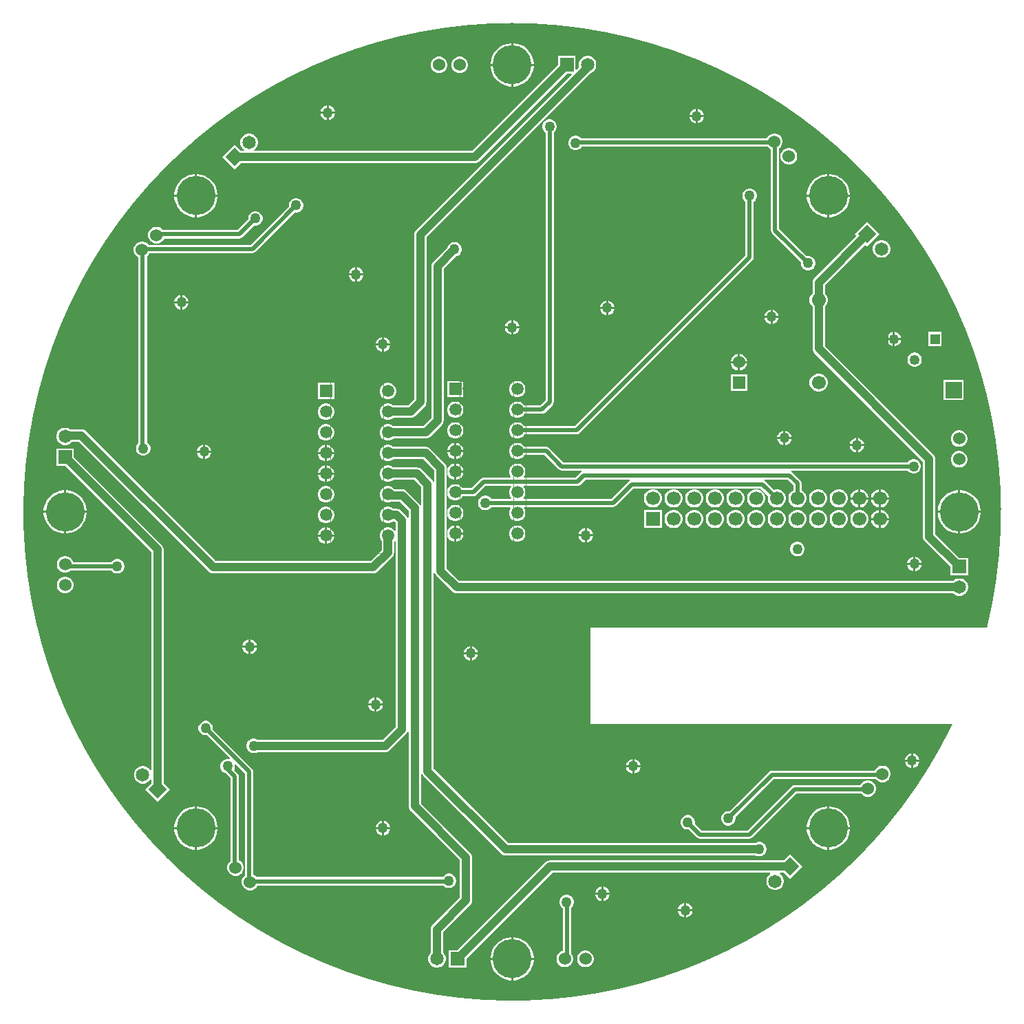
<source format=gbl>
G04*
G04 #@! TF.GenerationSoftware,Altium Limited,CircuitMaker,2.2.1 (6)*
G04*
G04 Layer_Physical_Order=2*
G04 Layer_Color=11436288*
%FSLAX44Y44*%
%MOMM*%
G71*
G04*
G04 #@! TF.SameCoordinates,C6CF6D27-CB2A-4CAF-B18B-BA4932DD29FA*
G04*
G04*
G04 #@! TF.FilePolarity,Positive*
G04*
G01*
G75*
%ADD10C,0.2540*%
%ADD12C,0.0500*%
%ADD17C,0.5000*%
%ADD18C,0.1000*%
%ADD36C,1.0000*%
%ADD37C,1.7000*%
%ADD38C,1.5240*%
%ADD39P,2.3349X4X360.0*%
%ADD40C,1.6510*%
%ADD41R,1.6510X1.6510*%
%ADD42P,2.3349X4X90.0*%
%ADD43R,1.5240X1.5240*%
%ADD44R,1.6510X1.6510*%
%ADD45R,1.5000X1.5000*%
%ADD46C,1.5000*%
%ADD47R,2.0000X2.0000*%
%ADD48R,1.2500X1.2500*%
%ADD49C,1.2500*%
%ADD50R,1.7000X1.7000*%
%ADD51C,4.8000*%
%ADD52C,1.2700*%
G36*
X614304Y1199956D02*
X638878Y1198865D01*
X663387Y1196769D01*
X687790Y1193670D01*
X712045Y1189574D01*
X736112Y1184487D01*
X759950Y1178418D01*
X783519Y1171377D01*
X806780Y1163376D01*
X829694Y1154429D01*
X852222Y1144551D01*
X874326Y1133757D01*
X895969Y1122067D01*
X917115Y1109499D01*
X937728Y1096076D01*
X957774Y1081819D01*
X977218Y1066752D01*
X996029Y1050902D01*
X1014174Y1034294D01*
X1031624Y1016956D01*
X1048348Y998917D01*
X1064319Y980209D01*
X1079510Y960861D01*
X1093896Y940908D01*
X1107451Y920381D01*
X1120155Y899317D01*
X1131984Y877749D01*
X1142919Y855715D01*
X1152942Y833251D01*
X1162037Y810395D01*
X1170186Y787186D01*
X1177378Y763662D01*
X1183600Y739864D01*
X1188842Y715830D01*
X1193094Y691602D01*
X1196349Y667220D01*
X1198603Y642725D01*
X1199851Y618158D01*
X1200091Y593560D01*
X1199324Y568974D01*
X1197549Y544439D01*
X1194770Y519998D01*
X1190992Y495691D01*
X1186220Y471560D01*
X1183343Y459602D01*
X695000D01*
Y337629D01*
X1138397Y337629D01*
X1139070Y336552D01*
X1134215Y326568D01*
X1122561Y304905D01*
X1110029Y283738D01*
X1096640Y263103D01*
X1082417Y243033D01*
X1067383Y223563D01*
X1051564Y204726D01*
X1034986Y186553D01*
X1017677Y169074D01*
X999667Y152320D01*
X980985Y136317D01*
X961663Y121094D01*
X941734Y106675D01*
X921230Y93085D01*
X900187Y80347D01*
X878639Y68482D01*
X856623Y57509D01*
X834176Y47449D01*
X811336Y38316D01*
X788140Y30127D01*
X764628Y22896D01*
X740840Y16635D01*
X716815Y11353D01*
X692594Y7060D01*
X668217Y3764D01*
X643726Y1469D01*
X619161Y180D01*
X594565Y-101D01*
X569977Y625D01*
X545439Y2359D01*
X520994Y5097D01*
X496681Y8835D01*
X472541Y13565D01*
X448616Y19281D01*
X424945Y25973D01*
X401568Y33629D01*
X378525Y42236D01*
X355854Y51781D01*
X333592Y62247D01*
X311779Y73616D01*
X290450Y85870D01*
X269641Y98987D01*
X249386Y112946D01*
X229721Y127724D01*
X210678Y143295D01*
X192289Y159633D01*
X174585Y176711D01*
X157596Y194500D01*
X141350Y212971D01*
X125875Y232091D01*
X111196Y251830D01*
X97339Y272154D01*
X84326Y293029D01*
X72179Y314419D01*
X60919Y336289D01*
X50565Y358602D01*
X41134Y381321D01*
X32642Y404408D01*
X25103Y427822D01*
X18530Y451526D01*
X12934Y475480D01*
X8325Y499643D01*
X4709Y523974D01*
X2094Y548433D01*
X483Y572979D01*
X-121Y597570D01*
X283Y622165D01*
X1696Y646723D01*
X4113Y671203D01*
X7531Y695563D01*
X11945Y719762D01*
X17347Y743760D01*
X23728Y767517D01*
X31077Y790992D01*
X39382Y814146D01*
X48629Y836941D01*
X58802Y859337D01*
X69884Y881298D01*
X81857Y902786D01*
X94700Y923765D01*
X108393Y944200D01*
X122911Y964057D01*
X138231Y983303D01*
X154327Y1001904D01*
X171172Y1019830D01*
X188737Y1037051D01*
X206993Y1053538D01*
X225909Y1069262D01*
X245454Y1084199D01*
X265594Y1098321D01*
X286297Y1111607D01*
X307526Y1124033D01*
X329247Y1135578D01*
X351423Y1146224D01*
X374016Y1155952D01*
X396989Y1164746D01*
X420303Y1172591D01*
X443919Y1179474D01*
X467797Y1185383D01*
X491897Y1190309D01*
X516179Y1194243D01*
X540602Y1197179D01*
X565124Y1199112D01*
X589705Y1200038D01*
X614304Y1199956D01*
D02*
G37*
%LPC*%
G36*
X602089Y1176540D02*
X601270D01*
Y1151270D01*
X626540D01*
Y1152089D01*
X625886Y1156215D01*
X624596Y1160188D01*
X622699Y1163910D01*
X620244Y1167290D01*
X617290Y1170244D01*
X613910Y1172699D01*
X610188Y1174596D01*
X606215Y1175887D01*
X602089Y1176540D01*
D02*
G37*
G36*
X598730D02*
X597911D01*
X593785Y1175887D01*
X589812Y1174596D01*
X586090Y1172699D01*
X582710Y1170244D01*
X579756Y1167290D01*
X577301Y1163910D01*
X575404Y1160188D01*
X574114Y1156215D01*
X573460Y1152089D01*
Y1151270D01*
X598730D01*
Y1176540D01*
D02*
G37*
G36*
X694121Y1160795D02*
X691279D01*
X688533Y1160059D01*
X686072Y1158638D01*
X684062Y1156628D01*
X682641Y1154167D01*
X681905Y1151421D01*
Y1148579D01*
X682310Y1147066D01*
X679268Y1144024D01*
X678095Y1144510D01*
Y1160795D01*
X656505D01*
Y1149960D01*
X550670Y1044125D01*
X282674D01*
X282334Y1045395D01*
X283109Y1045842D01*
X285118Y1047852D01*
X286540Y1050313D01*
X287275Y1053059D01*
Y1055901D01*
X286540Y1058647D01*
X285118Y1061108D01*
X283109Y1063118D01*
X280647Y1064540D01*
X277901Y1065275D01*
X275059D01*
X272313Y1064540D01*
X269852Y1063118D01*
X267842Y1061108D01*
X266421Y1058647D01*
X265685Y1055901D01*
Y1053059D01*
X266421Y1050313D01*
X267842Y1047852D01*
X269852Y1045842D01*
X270627Y1045395D01*
X270286Y1044125D01*
X266181D01*
X258520Y1051786D01*
X243253Y1036520D01*
X258520Y1021253D01*
X266181Y1028915D01*
X553820D01*
X555788Y1029174D01*
X557622Y1029934D01*
X559197Y1031142D01*
X667260Y1139205D01*
X672791D01*
X673277Y1138032D01*
X481622Y946378D01*
X480414Y944802D01*
X479654Y942968D01*
X479395Y941000D01*
Y738150D01*
X472050Y730805D01*
X453794D01*
X453365Y731234D01*
X451075Y732556D01*
X448522Y733240D01*
X445878D01*
X443325Y732556D01*
X441035Y731234D01*
X439166Y729365D01*
X437844Y727075D01*
X437160Y724522D01*
Y721878D01*
X437844Y719325D01*
X439166Y717035D01*
X441035Y715166D01*
X443325Y713844D01*
X445878Y713160D01*
X448522D01*
X451075Y713844D01*
X453365Y715166D01*
X453794Y715595D01*
X475200D01*
X477168Y715854D01*
X479002Y716614D01*
X480578Y717822D01*
X492378Y729622D01*
X493586Y731198D01*
X494346Y733032D01*
X494605Y735000D01*
Y937850D01*
X696633Y1139878D01*
X696867Y1139941D01*
X699328Y1141362D01*
X701338Y1143372D01*
X702759Y1145833D01*
X703495Y1148579D01*
Y1151421D01*
X702759Y1154167D01*
X701338Y1156628D01*
X699328Y1158638D01*
X696867Y1160059D01*
X694121Y1160795D01*
D02*
G37*
G36*
X536738Y1160160D02*
X534062D01*
X531478Y1159468D01*
X529162Y1158130D01*
X527270Y1156238D01*
X525932Y1153922D01*
X525240Y1151338D01*
Y1148662D01*
X525932Y1146078D01*
X527270Y1143762D01*
X529162Y1141870D01*
X531478Y1140532D01*
X534062Y1139840D01*
X536738D01*
X539322Y1140532D01*
X541638Y1141870D01*
X543530Y1143762D01*
X544868Y1146078D01*
X545560Y1148662D01*
Y1151338D01*
X544868Y1153922D01*
X543530Y1156238D01*
X541638Y1158130D01*
X539322Y1159468D01*
X536738Y1160160D01*
D02*
G37*
G36*
X511338D02*
X508662D01*
X506078Y1159468D01*
X503762Y1158130D01*
X501870Y1156238D01*
X500532Y1153922D01*
X499840Y1151338D01*
Y1148662D01*
X500532Y1146078D01*
X501870Y1143762D01*
X503762Y1141870D01*
X506078Y1140532D01*
X508662Y1139840D01*
X511338D01*
X513922Y1140532D01*
X516238Y1141870D01*
X518130Y1143762D01*
X519468Y1146078D01*
X520160Y1148662D01*
Y1151338D01*
X519468Y1153922D01*
X518130Y1156238D01*
X516238Y1158130D01*
X513922Y1159468D01*
X511338Y1160160D01*
D02*
G37*
G36*
X626540Y1148730D02*
X601270D01*
Y1123460D01*
X602089D01*
X606215Y1124113D01*
X610188Y1125404D01*
X613910Y1127301D01*
X617290Y1129756D01*
X620244Y1132710D01*
X622699Y1136090D01*
X624596Y1139812D01*
X625886Y1143785D01*
X626540Y1147911D01*
Y1148730D01*
D02*
G37*
G36*
X598730D02*
X573460D01*
Y1147911D01*
X574114Y1143785D01*
X575404Y1139812D01*
X577301Y1136090D01*
X579756Y1132710D01*
X582710Y1129756D01*
X586090Y1127301D01*
X589812Y1125404D01*
X593785Y1124113D01*
X597911Y1123460D01*
X598730D01*
Y1148730D01*
D02*
G37*
G36*
X374270Y1099863D02*
Y1092270D01*
X381863D01*
X381284Y1094431D01*
X380114Y1096459D01*
X378459Y1098114D01*
X376431Y1099284D01*
X374270Y1099863D01*
D02*
G37*
G36*
X371730D02*
X369569Y1099284D01*
X367541Y1098114D01*
X365886Y1096459D01*
X364716Y1094431D01*
X364137Y1092270D01*
X371730D01*
Y1099863D01*
D02*
G37*
G36*
X828270Y1095863D02*
Y1088270D01*
X835863D01*
X835284Y1090431D01*
X834114Y1092459D01*
X832459Y1094114D01*
X830431Y1095284D01*
X828270Y1095863D01*
D02*
G37*
G36*
X825730D02*
X823569Y1095284D01*
X821541Y1094114D01*
X819886Y1092459D01*
X818716Y1090431D01*
X818137Y1088270D01*
X825730D01*
Y1095863D01*
D02*
G37*
G36*
X381863Y1089730D02*
X374270D01*
Y1082137D01*
X376431Y1082716D01*
X378459Y1083886D01*
X380114Y1085541D01*
X381284Y1087569D01*
X381863Y1089730D01*
D02*
G37*
G36*
X371730D02*
X364137D01*
X364716Y1087569D01*
X365886Y1085541D01*
X367541Y1083886D01*
X369569Y1082716D01*
X371730Y1082137D01*
Y1089730D01*
D02*
G37*
G36*
X835863Y1085730D02*
X828270D01*
Y1078137D01*
X830431Y1078716D01*
X832459Y1079886D01*
X834114Y1081541D01*
X835284Y1083569D01*
X835863Y1085730D01*
D02*
G37*
G36*
X825730D02*
X818137D01*
X818716Y1083569D01*
X819886Y1081541D01*
X821541Y1079886D01*
X823569Y1078716D01*
X825730Y1078137D01*
Y1085730D01*
D02*
G37*
G36*
X923838Y1065660D02*
X921162D01*
X918578Y1064968D01*
X916262Y1063630D01*
X914370Y1061738D01*
X913146Y1059619D01*
X684953D01*
X683459Y1061114D01*
X681431Y1062284D01*
X679170Y1062890D01*
X676830D01*
X674569Y1062284D01*
X672541Y1061114D01*
X670886Y1059459D01*
X669716Y1057431D01*
X669110Y1055170D01*
Y1052830D01*
X669716Y1050569D01*
X670886Y1048541D01*
X672541Y1046886D01*
X674569Y1045716D01*
X676830Y1045110D01*
X679170D01*
X681431Y1045716D01*
X683459Y1046886D01*
X685114Y1048541D01*
X685576Y1049342D01*
X914324D01*
X914370Y1049262D01*
X916262Y1047370D01*
X918381Y1046146D01*
Y946480D01*
X918772Y944514D01*
X919886Y942847D01*
X955206Y907527D01*
X955110Y907170D01*
Y904830D01*
X955716Y902569D01*
X956886Y900541D01*
X958541Y898886D01*
X960569Y897716D01*
X962830Y897110D01*
X965170D01*
X967431Y897716D01*
X969459Y898886D01*
X971114Y900541D01*
X972284Y902569D01*
X972890Y904830D01*
Y907170D01*
X972284Y909431D01*
X971114Y911459D01*
X969459Y913114D01*
X967431Y914284D01*
X965170Y914890D01*
X962830D01*
X962473Y914794D01*
X928659Y948609D01*
Y1047324D01*
X928738Y1047370D01*
X930630Y1049262D01*
X931968Y1051578D01*
X932660Y1054162D01*
Y1056838D01*
X931968Y1059422D01*
X930630Y1061738D01*
X928738Y1063630D01*
X926422Y1064968D01*
X923838Y1065660D01*
D02*
G37*
G36*
X941798Y1047700D02*
X939123D01*
X936539Y1047007D01*
X934222Y1045669D01*
X932330Y1043778D01*
X930993Y1041461D01*
X930301Y1038877D01*
Y1036202D01*
X930993Y1033618D01*
X932330Y1031301D01*
X934222Y1029409D01*
X936539Y1028072D01*
X939123Y1027380D01*
X941798D01*
X944382Y1028072D01*
X946699Y1029409D01*
X948591Y1031301D01*
X949928Y1033618D01*
X950620Y1036202D01*
Y1038877D01*
X949928Y1041461D01*
X948591Y1043778D01*
X946699Y1045669D01*
X944382Y1047007D01*
X941798Y1047700D01*
D02*
G37*
G36*
X991089Y1015540D02*
X990270D01*
Y990270D01*
X1015540D01*
Y991089D01*
X1014886Y995215D01*
X1013596Y999188D01*
X1011699Y1002910D01*
X1009244Y1006290D01*
X1006290Y1009244D01*
X1002910Y1011699D01*
X999188Y1013596D01*
X995215Y1014886D01*
X991089Y1015540D01*
D02*
G37*
G36*
X987730D02*
X986911D01*
X982785Y1014886D01*
X978812Y1013596D01*
X975090Y1011699D01*
X971710Y1009244D01*
X968756Y1006290D01*
X966301Y1002910D01*
X964404Y999188D01*
X963113Y995215D01*
X962460Y991089D01*
Y990270D01*
X987730D01*
Y1015540D01*
D02*
G37*
G36*
X213089D02*
X212270D01*
Y990270D01*
X237540D01*
Y991089D01*
X236887Y995215D01*
X235596Y999188D01*
X233699Y1002910D01*
X231244Y1006290D01*
X228290Y1009244D01*
X224910Y1011699D01*
X221188Y1013596D01*
X217215Y1014886D01*
X213089Y1015540D01*
D02*
G37*
G36*
X209730D02*
X208911D01*
X204785Y1014886D01*
X200812Y1013596D01*
X197090Y1011699D01*
X193710Y1009244D01*
X190756Y1006290D01*
X188301Y1002910D01*
X186404Y999188D01*
X185114Y995215D01*
X184460Y991089D01*
Y990270D01*
X209730D01*
Y1015540D01*
D02*
G37*
G36*
X335170Y985890D02*
X332830D01*
X330569Y985284D01*
X328541Y984114D01*
X326886Y982459D01*
X325716Y980431D01*
X325110Y978170D01*
Y975830D01*
X325206Y975473D01*
X278391Y928659D01*
X152676D01*
X152630Y928738D01*
X150738Y930630D01*
X148422Y931968D01*
X145838Y932660D01*
X143162D01*
X140578Y931968D01*
X138262Y930630D01*
X136370Y928738D01*
X135032Y926422D01*
X134340Y923838D01*
Y921162D01*
X135032Y918578D01*
X136370Y916262D01*
X138262Y914370D01*
X140381Y913146D01*
Y684953D01*
X138886Y683459D01*
X137716Y681431D01*
X137110Y679170D01*
Y676830D01*
X137716Y674569D01*
X138886Y672541D01*
X140541Y670886D01*
X142569Y669716D01*
X144830Y669110D01*
X147170D01*
X149431Y669716D01*
X151459Y670886D01*
X153114Y672541D01*
X154284Y674569D01*
X154890Y676830D01*
Y679170D01*
X154284Y681431D01*
X153114Y683459D01*
X151459Y685114D01*
X150659Y685576D01*
Y914324D01*
X150738Y914370D01*
X152630Y916262D01*
X153854Y918381D01*
X280520D01*
X282486Y918772D01*
X284153Y919886D01*
X332473Y968206D01*
X332830Y968110D01*
X335170D01*
X337431Y968716D01*
X339459Y969886D01*
X341114Y971541D01*
X342284Y973569D01*
X342890Y975830D01*
Y978170D01*
X342284Y980431D01*
X341114Y982459D01*
X339459Y984114D01*
X337431Y985284D01*
X335170Y985890D01*
D02*
G37*
G36*
X1015540Y987730D02*
X990270D01*
Y962460D01*
X991089D01*
X995215Y963113D01*
X999188Y964404D01*
X1002910Y966301D01*
X1006290Y968756D01*
X1009244Y971710D01*
X1011699Y975090D01*
X1013596Y978812D01*
X1014886Y982785D01*
X1015540Y986911D01*
Y987730D01*
D02*
G37*
G36*
X987730D02*
X962460D01*
Y986911D01*
X963113Y982785D01*
X964404Y978812D01*
X966301Y975090D01*
X968756Y971710D01*
X971710Y968756D01*
X975090Y966301D01*
X978812Y964404D01*
X982785Y963113D01*
X986911Y962460D01*
X987730D01*
Y987730D01*
D02*
G37*
G36*
X237540D02*
X212270D01*
Y962460D01*
X213089D01*
X217215Y963113D01*
X221188Y964404D01*
X224910Y966301D01*
X228290Y968756D01*
X231244Y971710D01*
X233699Y975090D01*
X235596Y978812D01*
X236887Y982785D01*
X237540Y986911D01*
Y987730D01*
D02*
G37*
G36*
X209730D02*
X184460D01*
Y986911D01*
X185114Y982785D01*
X186404Y978812D01*
X188301Y975090D01*
X190756Y971710D01*
X193710Y968756D01*
X197090Y966301D01*
X200812Y964404D01*
X204785Y963113D01*
X208911Y962460D01*
X209730D01*
Y987730D01*
D02*
G37*
G36*
X285170Y969890D02*
X282830D01*
X280569Y969284D01*
X278541Y968114D01*
X276886Y966459D01*
X275716Y964431D01*
X275110Y962170D01*
Y959830D01*
X275206Y959473D01*
X262352Y946619D01*
X170637D01*
X170590Y946699D01*
X168699Y948591D01*
X166382Y949928D01*
X163798Y950620D01*
X161123D01*
X158539Y949928D01*
X156222Y948591D01*
X154331Y946699D01*
X152993Y944382D01*
X152301Y941798D01*
Y939123D01*
X152993Y936539D01*
X154331Y934222D01*
X156222Y932330D01*
X158539Y930993D01*
X161123Y930301D01*
X163798D01*
X166382Y930993D01*
X168699Y932330D01*
X170590Y934222D01*
X171814Y936341D01*
X264480D01*
X266447Y936733D01*
X268114Y937847D01*
X282473Y952206D01*
X282830Y952110D01*
X285170D01*
X287431Y952716D01*
X289459Y953886D01*
X291114Y955541D01*
X292284Y957569D01*
X292890Y959830D01*
Y962170D01*
X292284Y964431D01*
X291114Y966459D01*
X289459Y968114D01*
X287431Y969284D01*
X285170Y969890D01*
D02*
G37*
G36*
X1036520Y956747D02*
X1021253Y941480D01*
X1023509Y939225D01*
X971622Y887338D01*
X970414Y885763D01*
X969654Y883929D01*
X969395Y881961D01*
Y868608D01*
X968166Y867379D01*
X966712Y864861D01*
X965960Y862053D01*
Y859147D01*
X966712Y856339D01*
X968166Y853821D01*
X969395Y852592D01*
Y835100D01*
Y801000D01*
X969654Y799032D01*
X970414Y797197D01*
X971622Y795622D01*
X1105395Y661850D01*
Y569700D01*
X1105654Y567732D01*
X1106414Y565897D01*
X1107622Y564322D01*
X1139205Y532740D01*
Y521905D01*
X1160795D01*
Y543495D01*
X1149960D01*
X1120605Y572850D01*
Y665000D01*
X1120346Y666968D01*
X1119586Y668802D01*
X1118378Y670378D01*
X984605Y804150D01*
Y835100D01*
Y852592D01*
X985834Y853821D01*
X987288Y856339D01*
X988040Y859147D01*
Y862053D01*
X987288Y864861D01*
X985834Y867379D01*
X984605Y868608D01*
Y878810D01*
X1034264Y928469D01*
X1036520Y926214D01*
X1051786Y941480D01*
X1036520Y956747D01*
D02*
G37*
G36*
X1055901Y934315D02*
X1053059D01*
X1050313Y933579D01*
X1047852Y932158D01*
X1045842Y930148D01*
X1044421Y927686D01*
X1043685Y924941D01*
Y922099D01*
X1044421Y919353D01*
X1045842Y916891D01*
X1047852Y914882D01*
X1050313Y913460D01*
X1053059Y912725D01*
X1055901D01*
X1058647Y913460D01*
X1061108Y914882D01*
X1063118Y916891D01*
X1064540Y919353D01*
X1065275Y922099D01*
Y924941D01*
X1064540Y927686D01*
X1063118Y930148D01*
X1061108Y932158D01*
X1058647Y933579D01*
X1055901Y934315D01*
D02*
G37*
G36*
X409270Y900863D02*
Y893270D01*
X416863D01*
X416284Y895431D01*
X415114Y897459D01*
X413459Y899114D01*
X411431Y900284D01*
X409270Y900863D01*
D02*
G37*
G36*
X406730D02*
X404569Y900284D01*
X402541Y899114D01*
X400886Y897459D01*
X399716Y895431D01*
X399137Y893270D01*
X406730D01*
Y900863D01*
D02*
G37*
G36*
X416863Y890730D02*
X409270D01*
Y883137D01*
X411431Y883716D01*
X413459Y884886D01*
X415114Y886541D01*
X416284Y888569D01*
X416863Y890730D01*
D02*
G37*
G36*
X406730D02*
X399137D01*
X399716Y888569D01*
X400886Y886541D01*
X402541Y884886D01*
X404569Y883716D01*
X406730Y883137D01*
Y890730D01*
D02*
G37*
G36*
X194270Y866863D02*
Y859270D01*
X201863D01*
X201284Y861431D01*
X200114Y863459D01*
X198459Y865114D01*
X196431Y866284D01*
X194270Y866863D01*
D02*
G37*
G36*
X191730D02*
X189569Y866284D01*
X187541Y865114D01*
X185886Y863459D01*
X184716Y861431D01*
X184137Y859270D01*
X191730D01*
Y866863D01*
D02*
G37*
G36*
X718270Y859863D02*
Y852270D01*
X725863D01*
X725284Y854431D01*
X724114Y856459D01*
X722459Y858114D01*
X720431Y859284D01*
X718270Y859863D01*
D02*
G37*
G36*
X715730D02*
X713569Y859284D01*
X711541Y858114D01*
X709886Y856459D01*
X708716Y854431D01*
X708137Y852270D01*
X715730D01*
Y859863D01*
D02*
G37*
G36*
X201863Y856730D02*
X194270D01*
Y849137D01*
X196431Y849716D01*
X198459Y850886D01*
X200114Y852541D01*
X201284Y854569D01*
X201863Y856730D01*
D02*
G37*
G36*
X191730D02*
X184137D01*
X184716Y854569D01*
X185886Y852541D01*
X187541Y850886D01*
X189569Y849716D01*
X191730Y849137D01*
Y856730D01*
D02*
G37*
G36*
X725863Y849730D02*
X718270D01*
Y842137D01*
X720431Y842716D01*
X722459Y843886D01*
X724114Y845541D01*
X725284Y847569D01*
X725863Y849730D01*
D02*
G37*
G36*
X715730D02*
X708137D01*
X708716Y847569D01*
X709886Y845541D01*
X711541Y843886D01*
X713569Y842716D01*
X715730Y842137D01*
Y849730D01*
D02*
G37*
G36*
X920270Y848863D02*
Y841270D01*
X927863D01*
X927284Y843431D01*
X926114Y845459D01*
X924459Y847114D01*
X922431Y848284D01*
X920270Y848863D01*
D02*
G37*
G36*
X917730D02*
X915569Y848284D01*
X913541Y847114D01*
X911886Y845459D01*
X910716Y843431D01*
X910137Y841270D01*
X917730D01*
Y848863D01*
D02*
G37*
G36*
X927863Y838730D02*
X920270D01*
Y831137D01*
X922431Y831716D01*
X924459Y832886D01*
X926114Y834541D01*
X927284Y836569D01*
X927863Y838730D01*
D02*
G37*
G36*
X917730D02*
X910137D01*
X910716Y836569D01*
X911886Y834541D01*
X913541Y832886D01*
X915569Y831716D01*
X917730Y831137D01*
Y838730D01*
D02*
G37*
G36*
X601270Y835863D02*
Y828270D01*
X608863D01*
X608284Y830431D01*
X607114Y832459D01*
X605459Y834114D01*
X603431Y835284D01*
X601270Y835863D01*
D02*
G37*
G36*
X598730D02*
X596569Y835284D01*
X594541Y834114D01*
X592886Y832459D01*
X591716Y830431D01*
X591137Y828270D01*
X598730D01*
Y835863D01*
D02*
G37*
G36*
X608863Y825730D02*
X601270D01*
Y818137D01*
X603431Y818716D01*
X605459Y819886D01*
X607114Y821541D01*
X608284Y823569D01*
X608863Y825730D01*
D02*
G37*
G36*
X598730D02*
X591137D01*
X591716Y823569D01*
X592886Y821541D01*
X594541Y819886D01*
X596569Y818716D01*
X598730Y818137D01*
Y825730D01*
D02*
G37*
G36*
X1070870Y821410D02*
Y813920D01*
X1078360D01*
X1077791Y816043D01*
X1076634Y818047D01*
X1074997Y819684D01*
X1072993Y820841D01*
X1070870Y821410D01*
D02*
G37*
G36*
X1068330D02*
X1066207Y820841D01*
X1064203Y819684D01*
X1062566Y818047D01*
X1061409Y816043D01*
X1060840Y813920D01*
X1068330D01*
Y821410D01*
D02*
G37*
G36*
X442270Y814863D02*
Y807270D01*
X449863D01*
X449284Y809431D01*
X448114Y811459D01*
X446459Y813114D01*
X444431Y814284D01*
X442270Y814863D01*
D02*
G37*
G36*
X439730D02*
X437569Y814284D01*
X435541Y813114D01*
X433886Y811459D01*
X432716Y809431D01*
X432137Y807270D01*
X439730D01*
Y814863D01*
D02*
G37*
G36*
X1078360Y811380D02*
X1070870D01*
Y803890D01*
X1072993Y804459D01*
X1074997Y805616D01*
X1076634Y807253D01*
X1077791Y809257D01*
X1078360Y811380D01*
D02*
G37*
G36*
X1068330D02*
X1060840D01*
X1061409Y809257D01*
X1062566Y807253D01*
X1064203Y805616D01*
X1066207Y804459D01*
X1068330Y803890D01*
Y811380D01*
D02*
G37*
G36*
X1129190Y821440D02*
X1111610D01*
Y803860D01*
X1129190D01*
Y821440D01*
D02*
G37*
G36*
X449863Y804730D02*
X442270D01*
Y797137D01*
X444431Y797716D01*
X446459Y798886D01*
X448114Y800541D01*
X449284Y802569D01*
X449863Y804730D01*
D02*
G37*
G36*
X439730D02*
X432137D01*
X432716Y802569D01*
X433886Y800541D01*
X435541Y798886D01*
X437569Y797716D01*
X439730Y797137D01*
Y804730D01*
D02*
G37*
G36*
X880338Y794160D02*
X880270D01*
Y785270D01*
X889160D01*
Y785338D01*
X888468Y787922D01*
X887130Y790238D01*
X885238Y792130D01*
X882922Y793468D01*
X880338Y794160D01*
D02*
G37*
G36*
X877730D02*
X877662D01*
X875078Y793468D01*
X872762Y792130D01*
X870870Y790238D01*
X869532Y787922D01*
X868840Y785338D01*
Y785270D01*
X877730D01*
Y794160D01*
D02*
G37*
G36*
X1096157Y796040D02*
X1093843D01*
X1091607Y795441D01*
X1089603Y794284D01*
X1087966Y792647D01*
X1086809Y790643D01*
X1086210Y788407D01*
Y786093D01*
X1086809Y783857D01*
X1087966Y781853D01*
X1089603Y780216D01*
X1091607Y779059D01*
X1093843Y778460D01*
X1096157D01*
X1098393Y779059D01*
X1100397Y780216D01*
X1102034Y781853D01*
X1103191Y783857D01*
X1103790Y786093D01*
Y788407D01*
X1103191Y790643D01*
X1102034Y792647D01*
X1100397Y794284D01*
X1098393Y795441D01*
X1096157Y796040D01*
D02*
G37*
G36*
X889160Y782730D02*
X880270D01*
Y773840D01*
X880338D01*
X882922Y774532D01*
X885238Y775870D01*
X887130Y777762D01*
X888468Y780079D01*
X889160Y782663D01*
Y782730D01*
D02*
G37*
G36*
X877730D02*
X868840D01*
Y782663D01*
X869532Y780079D01*
X870870Y777762D01*
X872762Y775870D01*
X875078Y774532D01*
X877662Y773840D01*
X877730D01*
Y782730D01*
D02*
G37*
G36*
X889160Y769160D02*
X868840D01*
Y748840D01*
X889160D01*
Y769160D01*
D02*
G37*
G36*
X978453Y770040D02*
X975547D01*
X972739Y769288D01*
X970221Y767834D01*
X968166Y765779D01*
X966712Y763261D01*
X965960Y760453D01*
Y757547D01*
X966712Y754739D01*
X968166Y752221D01*
X970221Y750166D01*
X972739Y748712D01*
X975547Y747960D01*
X978453D01*
X981261Y748712D01*
X983779Y750166D01*
X985834Y752221D01*
X987288Y754739D01*
X988040Y757547D01*
Y760453D01*
X987288Y763261D01*
X985834Y765779D01*
X983779Y767834D01*
X981261Y769288D01*
X978453Y770040D01*
D02*
G37*
G36*
X607522Y761040D02*
X604878D01*
X602325Y760356D01*
X600035Y759034D01*
X598166Y757165D01*
X596844Y754875D01*
X596160Y752322D01*
Y749678D01*
X596844Y747125D01*
X598166Y744835D01*
X600035Y742966D01*
X602325Y741644D01*
X604878Y740960D01*
X607522D01*
X610075Y741644D01*
X612365Y742966D01*
X614234Y744835D01*
X615556Y747125D01*
X616240Y749678D01*
Y752322D01*
X615556Y754875D01*
X614234Y757165D01*
X612365Y759034D01*
X610075Y760356D01*
X607522Y761040D01*
D02*
G37*
G36*
X540040D02*
X519960D01*
Y740960D01*
X540040D01*
Y761040D01*
D02*
G37*
G36*
X448522Y758640D02*
X445878D01*
X443325Y757956D01*
X441035Y756634D01*
X439166Y754765D01*
X437844Y752475D01*
X437160Y749922D01*
Y747278D01*
X437844Y744725D01*
X439166Y742435D01*
X441035Y740566D01*
X443325Y739244D01*
X445878Y738560D01*
X448522D01*
X451075Y739244D01*
X453365Y740566D01*
X455234Y742435D01*
X456556Y744725D01*
X457240Y747278D01*
Y749922D01*
X456556Y752475D01*
X455234Y754765D01*
X453365Y756634D01*
X451075Y757956D01*
X448522Y758640D01*
D02*
G37*
G36*
X381040D02*
X360960D01*
Y738560D01*
X381040D01*
Y758640D01*
D02*
G37*
G36*
X1155540Y762540D02*
X1130460D01*
Y737460D01*
X1155540D01*
Y762540D01*
D02*
G37*
G36*
X647170Y1082890D02*
X644830D01*
X642569Y1082284D01*
X640541Y1081114D01*
X638886Y1079459D01*
X637716Y1077431D01*
X637110Y1075170D01*
Y1072830D01*
X637716Y1070569D01*
X638886Y1068541D01*
X640541Y1066886D01*
X640861Y1066702D01*
Y737129D01*
X634472Y730739D01*
X614826D01*
X614234Y731765D01*
X612365Y733634D01*
X610075Y734956D01*
X607522Y735640D01*
X604878D01*
X602325Y734956D01*
X600035Y733634D01*
X598166Y731765D01*
X596844Y729475D01*
X596160Y726922D01*
Y724278D01*
X596844Y721725D01*
X598166Y719435D01*
X600035Y717566D01*
X602325Y716244D01*
X604878Y715560D01*
X607522D01*
X610075Y716244D01*
X612365Y717566D01*
X614234Y719435D01*
X614826Y720461D01*
X636600D01*
X638567Y720852D01*
X640234Y721966D01*
X649634Y731366D01*
X650748Y733034D01*
X651139Y735000D01*
Y1066702D01*
X651459Y1066886D01*
X653114Y1068541D01*
X654284Y1070569D01*
X654890Y1072830D01*
Y1075170D01*
X654284Y1077431D01*
X653114Y1079459D01*
X651459Y1081114D01*
X649431Y1082284D01*
X647170Y1082890D01*
D02*
G37*
G36*
X531322Y735640D02*
X528678D01*
X526125Y734956D01*
X523835Y733634D01*
X521966Y731765D01*
X520644Y729475D01*
X519960Y726922D01*
Y724278D01*
X520644Y721725D01*
X521966Y719435D01*
X523835Y717566D01*
X526125Y716244D01*
X528678Y715560D01*
X531322D01*
X533875Y716244D01*
X536165Y717566D01*
X538034Y719435D01*
X539356Y721725D01*
X540040Y724278D01*
Y726922D01*
X539356Y729475D01*
X538034Y731765D01*
X536165Y733634D01*
X533875Y734956D01*
X531322Y735640D01*
D02*
G37*
G36*
X372322Y733240D02*
X369678D01*
X367125Y732556D01*
X364835Y731234D01*
X362966Y729365D01*
X361644Y727075D01*
X360960Y724522D01*
Y721878D01*
X361644Y719325D01*
X362966Y717035D01*
X364835Y715166D01*
X367125Y713844D01*
X369678Y713160D01*
X372322D01*
X374875Y713844D01*
X377165Y715166D01*
X379034Y717035D01*
X380356Y719325D01*
X381040Y721878D01*
Y724522D01*
X380356Y727075D01*
X379034Y729365D01*
X377165Y731234D01*
X374875Y732556D01*
X372322Y733240D01*
D02*
G37*
G36*
X530170Y931890D02*
X527830D01*
X525569Y931284D01*
X523541Y930114D01*
X521886Y928459D01*
X520716Y926431D01*
X520364Y925119D01*
X502622Y907378D01*
X501414Y905803D01*
X500654Y903968D01*
X500395Y902000D01*
Y715150D01*
X490650Y705405D01*
X453794D01*
X453365Y705834D01*
X451075Y707156D01*
X448522Y707840D01*
X445878D01*
X443325Y707156D01*
X441035Y705834D01*
X439166Y703965D01*
X437844Y701675D01*
X437160Y699122D01*
Y696478D01*
X437844Y693925D01*
X439166Y691635D01*
X441035Y689766D01*
X443325Y688444D01*
X445878Y687760D01*
X448522D01*
X451075Y688444D01*
X453365Y689766D01*
X453794Y690195D01*
X493800D01*
X495768Y690454D01*
X497603Y691214D01*
X499178Y692422D01*
X513378Y706622D01*
X514586Y708197D01*
X514901Y708957D01*
X515346Y710032D01*
X515605Y712000D01*
Y898850D01*
X531119Y914364D01*
X532431Y914716D01*
X534459Y915886D01*
X536114Y917541D01*
X537284Y919569D01*
X537890Y921830D01*
Y924170D01*
X537284Y926431D01*
X536114Y928459D01*
X534459Y930114D01*
X532431Y931284D01*
X530170Y931890D01*
D02*
G37*
G36*
X893170Y997890D02*
X890830D01*
X888569Y997284D01*
X886541Y996114D01*
X884886Y994459D01*
X883716Y992431D01*
X883110Y990170D01*
Y987830D01*
X883716Y985569D01*
X884886Y983541D01*
X886541Y981886D01*
X886861Y981702D01*
Y915128D01*
X677072Y705339D01*
X614826D01*
X614234Y706365D01*
X612365Y708234D01*
X610075Y709556D01*
X607522Y710240D01*
X604878D01*
X602325Y709556D01*
X600035Y708234D01*
X598166Y706365D01*
X596844Y704075D01*
X596160Y701522D01*
Y698878D01*
X596844Y696325D01*
X598166Y694035D01*
X600035Y692166D01*
X602325Y690844D01*
X604878Y690160D01*
X607522D01*
X610075Y690844D01*
X612365Y692166D01*
X614234Y694035D01*
X614826Y695061D01*
X679200D01*
X681167Y695452D01*
X682834Y696566D01*
X895634Y909366D01*
X896748Y911033D01*
X897139Y913000D01*
Y981702D01*
X897459Y981886D01*
X899114Y983541D01*
X900284Y985569D01*
X900890Y987830D01*
Y990170D01*
X900284Y992431D01*
X899114Y994459D01*
X897459Y996114D01*
X895431Y997284D01*
X893170Y997890D01*
D02*
G37*
G36*
X936270Y699863D02*
Y692270D01*
X943863D01*
X943284Y694431D01*
X942114Y696459D01*
X940459Y698114D01*
X938431Y699284D01*
X936270Y699863D01*
D02*
G37*
G36*
X933730D02*
X931569Y699284D01*
X929541Y698114D01*
X927886Y696459D01*
X926716Y694431D01*
X926137Y692270D01*
X933730D01*
Y699863D01*
D02*
G37*
G36*
X531322Y710240D02*
X528678D01*
X526125Y709556D01*
X523835Y708234D01*
X521966Y706365D01*
X520644Y704075D01*
X519960Y701522D01*
Y698878D01*
X520644Y696325D01*
X521966Y694035D01*
X523835Y692166D01*
X526125Y690844D01*
X528678Y690160D01*
X531322D01*
X533875Y690844D01*
X536165Y692166D01*
X538034Y694035D01*
X539356Y696325D01*
X540040Y698878D01*
Y701522D01*
X539356Y704075D01*
X538034Y706365D01*
X536165Y708234D01*
X533875Y709556D01*
X531322Y710240D01*
D02*
G37*
G36*
X372322Y707840D02*
X369678D01*
X367125Y707156D01*
X364835Y705834D01*
X362966Y703965D01*
X361644Y701675D01*
X360960Y699122D01*
Y696478D01*
X361644Y693925D01*
X362966Y691635D01*
X364835Y689766D01*
X367125Y688444D01*
X369678Y687760D01*
X372322D01*
X374875Y688444D01*
X377165Y689766D01*
X379034Y691635D01*
X380356Y693925D01*
X381040Y696478D01*
Y699122D01*
X380356Y701675D01*
X379034Y703965D01*
X377165Y705834D01*
X374875Y707156D01*
X372322Y707840D01*
D02*
G37*
G36*
X1025270Y690863D02*
Y683270D01*
X1032863D01*
X1032284Y685431D01*
X1031114Y687459D01*
X1029459Y689114D01*
X1027431Y690284D01*
X1025270Y690863D01*
D02*
G37*
G36*
X1022730D02*
X1020569Y690284D01*
X1018541Y689114D01*
X1016886Y687459D01*
X1015716Y685431D01*
X1015137Y683270D01*
X1022730D01*
Y690863D01*
D02*
G37*
G36*
X943863Y689730D02*
X936270D01*
Y682137D01*
X938431Y682716D01*
X940459Y683886D01*
X942114Y685541D01*
X943284Y687569D01*
X943863Y689730D01*
D02*
G37*
G36*
X933730D02*
X926137D01*
X926716Y687569D01*
X927886Y685541D01*
X929541Y683886D01*
X931569Y682716D01*
X933730Y682137D01*
Y689730D01*
D02*
G37*
G36*
X1151338Y700160D02*
X1148662D01*
X1146078Y699468D01*
X1143762Y698130D01*
X1141870Y696238D01*
X1140532Y693922D01*
X1139840Y691338D01*
Y688662D01*
X1140532Y686078D01*
X1141870Y683762D01*
X1143762Y681870D01*
X1146078Y680532D01*
X1148662Y679840D01*
X1151338D01*
X1153922Y680532D01*
X1156238Y681870D01*
X1158130Y683762D01*
X1159468Y686078D01*
X1160160Y688662D01*
Y691338D01*
X1159468Y693922D01*
X1158130Y696238D01*
X1156238Y698130D01*
X1153922Y699468D01*
X1151338Y700160D01*
D02*
G37*
G36*
X531322Y684840D02*
X531270D01*
Y676070D01*
X540040D01*
Y676122D01*
X539356Y678675D01*
X538034Y680965D01*
X536165Y682834D01*
X533875Y684156D01*
X531322Y684840D01*
D02*
G37*
G36*
X528730D02*
X528678D01*
X526125Y684156D01*
X523835Y682834D01*
X521966Y680965D01*
X520644Y678675D01*
X519960Y676122D01*
Y676070D01*
X528730D01*
Y684840D01*
D02*
G37*
G36*
X222270Y682863D02*
Y675270D01*
X229863D01*
X229284Y677431D01*
X228114Y679459D01*
X226459Y681114D01*
X224431Y682284D01*
X222270Y682863D01*
D02*
G37*
G36*
X219730D02*
X217569Y682284D01*
X215541Y681114D01*
X213886Y679459D01*
X212716Y677431D01*
X212137Y675270D01*
X219730D01*
Y682863D01*
D02*
G37*
G36*
X372322Y682440D02*
X372270D01*
Y673670D01*
X381040D01*
Y673722D01*
X380356Y676275D01*
X379034Y678565D01*
X377165Y680434D01*
X374875Y681756D01*
X372322Y682440D01*
D02*
G37*
G36*
X369730D02*
X369678D01*
X367125Y681756D01*
X364835Y680434D01*
X362966Y678565D01*
X361644Y676275D01*
X360960Y673722D01*
Y673670D01*
X369730D01*
Y682440D01*
D02*
G37*
G36*
X1032863Y680730D02*
X1025270D01*
Y673137D01*
X1027431Y673716D01*
X1029459Y674886D01*
X1031114Y676541D01*
X1032284Y678569D01*
X1032863Y680730D01*
D02*
G37*
G36*
X1022730D02*
X1015137D01*
X1015716Y678569D01*
X1016886Y676541D01*
X1018541Y674886D01*
X1020569Y673716D01*
X1022730Y673137D01*
Y680730D01*
D02*
G37*
G36*
X229863Y672730D02*
X222270D01*
Y665137D01*
X224431Y665716D01*
X226459Y666886D01*
X228114Y668541D01*
X229284Y670569D01*
X229863Y672730D01*
D02*
G37*
G36*
X219730D02*
X212137D01*
X212716Y670569D01*
X213886Y668541D01*
X215541Y666886D01*
X217569Y665716D01*
X219730Y665137D01*
Y672730D01*
D02*
G37*
G36*
X540040Y673530D02*
X531270D01*
Y664760D01*
X531322D01*
X533875Y665444D01*
X536165Y666766D01*
X538034Y668635D01*
X539356Y670925D01*
X540040Y673478D01*
Y673530D01*
D02*
G37*
G36*
X528730D02*
X519960D01*
Y673478D01*
X520644Y670925D01*
X521966Y668635D01*
X523835Y666766D01*
X526125Y665444D01*
X528678Y664760D01*
X528730D01*
Y673530D01*
D02*
G37*
G36*
X381040Y671130D02*
X372270D01*
Y662360D01*
X372322D01*
X374875Y663044D01*
X377165Y664366D01*
X379034Y666235D01*
X380356Y668525D01*
X381040Y671078D01*
Y671130D01*
D02*
G37*
G36*
X369730D02*
X360960D01*
Y671078D01*
X361644Y668525D01*
X362966Y666235D01*
X364835Y664366D01*
X367125Y663044D01*
X369678Y662360D01*
X369730D01*
Y671130D01*
D02*
G37*
G36*
X1151338Y674760D02*
X1148662D01*
X1146078Y674068D01*
X1143762Y672730D01*
X1141870Y670838D01*
X1140532Y668522D01*
X1139840Y665938D01*
Y663262D01*
X1140532Y660678D01*
X1141870Y658362D01*
X1143762Y656470D01*
X1146078Y655132D01*
X1148662Y654440D01*
X1151338D01*
X1153922Y655132D01*
X1156238Y656470D01*
X1158130Y658362D01*
X1159468Y660678D01*
X1160160Y663262D01*
Y665938D01*
X1159468Y668522D01*
X1158130Y670838D01*
X1156238Y672730D01*
X1153922Y674068D01*
X1151338Y674760D01*
D02*
G37*
G36*
X531322Y659440D02*
X531270D01*
Y650670D01*
X540040D01*
Y650722D01*
X539356Y653275D01*
X538034Y655565D01*
X536165Y657434D01*
X533875Y658756D01*
X531322Y659440D01*
D02*
G37*
G36*
X372322Y657040D02*
X372270D01*
Y648270D01*
X381040D01*
Y648322D01*
X380356Y650875D01*
X379034Y653165D01*
X377165Y655034D01*
X374875Y656356D01*
X372322Y657040D01*
D02*
G37*
G36*
X369730D02*
X369678D01*
X367125Y656356D01*
X364835Y655034D01*
X362966Y653165D01*
X361644Y650875D01*
X360960Y648322D01*
Y648270D01*
X369730D01*
Y657040D01*
D02*
G37*
G36*
X51421Y703495D02*
X48579D01*
X45833Y702759D01*
X43372Y701338D01*
X41362Y699328D01*
X39941Y696867D01*
X39205Y694121D01*
Y691279D01*
X39941Y688533D01*
X41362Y686072D01*
X43372Y684062D01*
X45833Y682641D01*
X48579Y681905D01*
X51421D01*
X54167Y682641D01*
X56628Y684062D01*
X58638Y686072D01*
X58825Y686395D01*
X66850D01*
X226622Y526622D01*
X228197Y525414D01*
X230032Y524654D01*
X232000Y524395D01*
X429000D01*
X430968Y524654D01*
X432803Y525414D01*
X434378Y526622D01*
X452578Y544822D01*
X453786Y546398D01*
X454546Y548232D01*
X454805Y550200D01*
Y563360D01*
X455125Y563647D01*
X456395Y563081D01*
Y335150D01*
X440850Y319605D01*
X286608D01*
X285431Y320284D01*
X283170Y320890D01*
X280830D01*
X278569Y320284D01*
X276541Y319114D01*
X274886Y317459D01*
X273716Y315431D01*
X273110Y313170D01*
Y310830D01*
X273716Y308569D01*
X274886Y306541D01*
X276541Y304886D01*
X278569Y303716D01*
X280830Y303110D01*
X283170D01*
X285431Y303716D01*
X286608Y304395D01*
X444000D01*
X445968Y304654D01*
X447803Y305414D01*
X449378Y306622D01*
X469378Y326622D01*
X470586Y328198D01*
X471125Y329498D01*
X472395Y329245D01*
Y238000D01*
X472654Y236032D01*
X473414Y234198D01*
X474622Y232622D01*
X535395Y171850D01*
Y125150D01*
X501922Y91678D01*
X500714Y90103D01*
X499954Y88268D01*
X499695Y86300D01*
Y57661D01*
X498662Y56628D01*
X497241Y54167D01*
X496505Y51421D01*
Y48579D01*
X497241Y45833D01*
X498662Y43372D01*
X500672Y41362D01*
X503133Y39941D01*
X505879Y39205D01*
X508721D01*
X511467Y39941D01*
X513928Y41362D01*
X515938Y43372D01*
X517359Y45833D01*
X518095Y48579D01*
Y51421D01*
X517359Y54167D01*
X515938Y56628D01*
X514905Y57661D01*
Y83150D01*
X548378Y116622D01*
X549586Y118197D01*
X549901Y118957D01*
X550346Y120032D01*
X550605Y122000D01*
Y175000D01*
X550346Y176968D01*
X549901Y178043D01*
X549586Y178803D01*
X548378Y180378D01*
X487605Y241150D01*
Y278246D01*
X488875Y278498D01*
X489414Y277197D01*
X490622Y275622D01*
X586622Y179622D01*
X588198Y178414D01*
X588957Y178099D01*
X590032Y177654D01*
X592000Y177395D01*
X899392D01*
X900569Y176716D01*
X902830Y176110D01*
X905170D01*
X907431Y176716D01*
X909459Y177886D01*
X911114Y179541D01*
X912284Y181569D01*
X912890Y183830D01*
Y186170D01*
X912284Y188431D01*
X911114Y190459D01*
X909459Y192114D01*
X907431Y193284D01*
X905170Y193890D01*
X902830D01*
X900569Y193284D01*
X899392Y192605D01*
X595150D01*
X503605Y284150D01*
Y524245D01*
X504875Y524498D01*
X505414Y523198D01*
X506622Y521622D01*
X526322Y501922D01*
X527897Y500714D01*
X529732Y499954D01*
X531700Y499695D01*
X1142339D01*
X1143372Y498662D01*
X1145833Y497241D01*
X1148579Y496505D01*
X1151421D01*
X1154167Y497241D01*
X1156628Y498662D01*
X1158638Y500672D01*
X1160059Y503133D01*
X1160795Y505879D01*
Y508721D01*
X1160059Y511467D01*
X1158638Y513928D01*
X1156628Y515938D01*
X1154167Y517359D01*
X1151421Y518095D01*
X1148579D01*
X1145833Y517359D01*
X1143372Y515938D01*
X1142339Y514905D01*
X534850D01*
X519605Y530150D01*
Y568585D01*
X520875Y568925D01*
X521966Y567035D01*
X523835Y565166D01*
X526125Y563844D01*
X528678Y563160D01*
X528730D01*
Y573200D01*
Y583240D01*
X528678D01*
X526125Y582556D01*
X523835Y581234D01*
X521966Y579365D01*
X520875Y577475D01*
X519605Y577815D01*
Y593985D01*
X520875Y594325D01*
X521966Y592435D01*
X523835Y590566D01*
X526125Y589244D01*
X528678Y588560D01*
X531322D01*
X533875Y589244D01*
X536165Y590566D01*
X538034Y592435D01*
X539356Y594725D01*
X540040Y597278D01*
Y599922D01*
X539356Y602475D01*
X538034Y604765D01*
X536165Y606634D01*
X533875Y607956D01*
X531322Y608640D01*
X528678D01*
X526125Y607956D01*
X523835Y606634D01*
X521966Y604765D01*
X520875Y602875D01*
X519605Y603215D01*
Y619385D01*
X520875Y619725D01*
X521966Y617835D01*
X523835Y615966D01*
X526125Y614644D01*
X528678Y613960D01*
X531322D01*
X533875Y614644D01*
X536165Y615966D01*
X538034Y617835D01*
X538626Y618861D01*
X552000D01*
X553966Y619252D01*
X555634Y620366D01*
X567128Y631861D01*
X598203D01*
X598689Y630688D01*
X598166Y630165D01*
X596844Y627875D01*
X596160Y625322D01*
Y622678D01*
X596844Y620125D01*
X598166Y617835D01*
X598689Y617312D01*
X598203Y616139D01*
X574299D01*
X574114Y616459D01*
X572459Y618114D01*
X570431Y619284D01*
X568170Y619890D01*
X565830D01*
X563569Y619284D01*
X561541Y618114D01*
X559886Y616459D01*
X558716Y614431D01*
X558110Y612170D01*
Y609830D01*
X558716Y607569D01*
X559886Y605541D01*
X561541Y603886D01*
X563569Y602716D01*
X565830Y602110D01*
X568170D01*
X570431Y602716D01*
X572459Y603886D01*
X574114Y605541D01*
X574299Y605861D01*
X597668D01*
X598066Y604591D01*
X596844Y602475D01*
X596160Y599922D01*
Y597278D01*
X596844Y594725D01*
X598166Y592435D01*
X600035Y590566D01*
X602325Y589244D01*
X604878Y588560D01*
X607522D01*
X610075Y589244D01*
X612365Y590566D01*
X614234Y592435D01*
X615556Y594725D01*
X616240Y597278D01*
Y599922D01*
X615556Y602475D01*
X614234Y604765D01*
X614171Y604828D01*
X614657Y606001D01*
X724140D01*
X726106Y606392D01*
X727774Y607506D01*
X749128Y628861D01*
X905671D01*
X914850Y619683D01*
X914360Y617854D01*
Y614947D01*
X915112Y612139D01*
X916566Y609621D01*
X918621Y607566D01*
X921139Y606112D01*
X923947Y605360D01*
X926853D01*
X929661Y606112D01*
X932179Y607566D01*
X934234Y609621D01*
X935688Y612139D01*
X936440Y614947D01*
Y617854D01*
X935688Y620661D01*
X934234Y623179D01*
X932179Y625234D01*
X929661Y626688D01*
X926853Y627440D01*
X923947D01*
X922117Y626950D01*
X911434Y637634D01*
X910000Y638591D01*
X910165Y639745D01*
X910212Y639861D01*
X938872D01*
X945661Y633072D01*
Y626181D01*
X944021Y625234D01*
X941966Y623179D01*
X940512Y620661D01*
X939760Y617854D01*
Y614947D01*
X940512Y612139D01*
X941966Y609621D01*
X944021Y607566D01*
X946539Y606112D01*
X949347Y605360D01*
X952253D01*
X955061Y606112D01*
X957579Y607566D01*
X959634Y609621D01*
X961088Y612139D01*
X961840Y614947D01*
Y617854D01*
X961088Y620661D01*
X959634Y623179D01*
X957579Y625234D01*
X955939Y626181D01*
Y635200D01*
X955548Y637166D01*
X954434Y638834D01*
X944634Y648634D01*
X943200Y649591D01*
X943365Y650745D01*
X943412Y650861D01*
X1086702D01*
X1086886Y650541D01*
X1088541Y648886D01*
X1090569Y647716D01*
X1092830Y647110D01*
X1095170D01*
X1097431Y647716D01*
X1099459Y648886D01*
X1101114Y650541D01*
X1102284Y652569D01*
X1102890Y654830D01*
Y657170D01*
X1102284Y659431D01*
X1101114Y661459D01*
X1099459Y663114D01*
X1097431Y664284D01*
X1095170Y664890D01*
X1092830D01*
X1090569Y664284D01*
X1088541Y663114D01*
X1086886Y661459D01*
X1086702Y661139D01*
X663129D01*
X645634Y678634D01*
X643967Y679748D01*
X642000Y680139D01*
X614711D01*
X614234Y680965D01*
X612365Y682834D01*
X610075Y684156D01*
X607522Y684840D01*
X604878D01*
X602325Y684156D01*
X600035Y682834D01*
X598166Y680965D01*
X596844Y678675D01*
X596160Y676122D01*
Y673478D01*
X596844Y670925D01*
X598166Y668635D01*
X600035Y666766D01*
X602325Y665444D01*
X604878Y664760D01*
X607522D01*
X610075Y665444D01*
X612365Y666766D01*
X614234Y668635D01*
X614942Y669861D01*
X639871D01*
X657366Y652366D01*
X659034Y651252D01*
X661000Y650861D01*
X685588D01*
X685635Y650745D01*
X685800Y649591D01*
X684366Y648634D01*
X677731Y641999D01*
X614657D01*
X614171Y643172D01*
X614234Y643235D01*
X615556Y645525D01*
X616240Y648078D01*
Y650722D01*
X615556Y653275D01*
X614234Y655565D01*
X612365Y657434D01*
X610075Y658756D01*
X607522Y659440D01*
X604878D01*
X602325Y658756D01*
X600035Y657434D01*
X598166Y655565D01*
X596844Y653275D01*
X596160Y650722D01*
Y648078D01*
X596844Y645525D01*
X598066Y643409D01*
X597668Y642139D01*
X565000D01*
X563033Y641748D01*
X561366Y640634D01*
X549871Y629139D01*
X538626D01*
X538034Y630165D01*
X536165Y632034D01*
X533875Y633356D01*
X531322Y634040D01*
X528678D01*
X526125Y633356D01*
X523835Y632034D01*
X521966Y630165D01*
X520875Y628275D01*
X519605Y628615D01*
Y644785D01*
X520875Y645125D01*
X521966Y643235D01*
X523835Y641366D01*
X526125Y640044D01*
X528678Y639360D01*
X528730D01*
Y649400D01*
Y659440D01*
X528678D01*
X526125Y658756D01*
X523835Y657434D01*
X521966Y655565D01*
X520875Y653675D01*
X519605Y654000D01*
X519346Y655968D01*
X518901Y657043D01*
X518586Y657803D01*
X517378Y659378D01*
X498978Y677778D01*
X497402Y678986D01*
X495568Y679746D01*
X493600Y680005D01*
X453794D01*
X453365Y680434D01*
X451075Y681756D01*
X448522Y682440D01*
X445878D01*
X443325Y681756D01*
X441035Y680434D01*
X439166Y678565D01*
X437844Y676275D01*
X437160Y673722D01*
Y671078D01*
X437844Y668525D01*
X439166Y666235D01*
X441035Y664366D01*
X443325Y663044D01*
X445878Y662360D01*
X448522D01*
X451075Y663044D01*
X453365Y664366D01*
X453794Y664795D01*
X490450D01*
X504395Y650850D01*
Y636754D01*
X503125Y636502D01*
X502586Y637803D01*
X501378Y639378D01*
X488378Y652378D01*
X486802Y653586D01*
X484968Y654346D01*
X483000Y654605D01*
X453794D01*
X453365Y655034D01*
X451075Y656356D01*
X448522Y657040D01*
X445878D01*
X443325Y656356D01*
X441035Y655034D01*
X439166Y653165D01*
X437844Y650875D01*
X437160Y648322D01*
Y645678D01*
X437844Y643125D01*
X439166Y640835D01*
X441035Y638966D01*
X443325Y637644D01*
X445878Y636960D01*
X448522D01*
X451075Y637644D01*
X453365Y638966D01*
X453794Y639395D01*
X479850D01*
X488395Y630850D01*
Y607755D01*
X487125Y607502D01*
X486586Y608802D01*
X485378Y610378D01*
X470378Y625378D01*
X468802Y626586D01*
X466968Y627346D01*
X465000Y627605D01*
X455326D01*
X455234Y627765D01*
X453365Y629634D01*
X451075Y630956D01*
X448522Y631640D01*
X445878D01*
X443325Y630956D01*
X441035Y629634D01*
X439166Y627765D01*
X437844Y625475D01*
X437160Y622922D01*
Y620278D01*
X437844Y617725D01*
X439166Y615435D01*
X441035Y613566D01*
X443325Y612244D01*
X445878Y611560D01*
X448522D01*
X451075Y612244D01*
X451336Y612395D01*
X461850D01*
X472395Y601850D01*
Y592755D01*
X471125Y592502D01*
X470586Y593802D01*
X469378Y595378D01*
X463178Y601578D01*
X461603Y602786D01*
X459768Y603546D01*
X457800Y603805D01*
X453794D01*
X453365Y604234D01*
X451075Y605556D01*
X448522Y606240D01*
X445878D01*
X443325Y605556D01*
X441035Y604234D01*
X439166Y602365D01*
X437844Y600075D01*
X437160Y597522D01*
Y594878D01*
X437844Y592325D01*
X439166Y590035D01*
X441035Y588166D01*
X443325Y586844D01*
X445878Y586160D01*
X448522D01*
X451075Y586844D01*
X453365Y588166D01*
X453501Y588302D01*
X454942D01*
X456395Y586850D01*
Y577276D01*
X456068Y577188D01*
X455125Y577074D01*
X453365Y578834D01*
X451075Y580156D01*
X448522Y580840D01*
X445878D01*
X443325Y580156D01*
X441035Y578834D01*
X439166Y576965D01*
X437844Y574675D01*
X437160Y572122D01*
Y569478D01*
X437844Y566925D01*
X439166Y564635D01*
X439595Y564206D01*
Y553350D01*
X425850Y539605D01*
X235150D01*
X75378Y699378D01*
X73802Y700586D01*
X71968Y701346D01*
X70000Y701605D01*
X56166D01*
X54167Y702759D01*
X51421Y703495D01*
D02*
G37*
G36*
X540040Y648130D02*
X531270D01*
Y639360D01*
X531322D01*
X533875Y640044D01*
X536165Y641366D01*
X538034Y643235D01*
X539356Y645525D01*
X540040Y648078D01*
Y648130D01*
D02*
G37*
G36*
X381040Y645730D02*
X372270D01*
Y636960D01*
X372322D01*
X374875Y637644D01*
X377165Y638966D01*
X379034Y640835D01*
X380356Y643125D01*
X381040Y645678D01*
Y645730D01*
D02*
G37*
G36*
X369730D02*
X360960D01*
Y645678D01*
X361644Y643125D01*
X362966Y640835D01*
X364835Y638966D01*
X367125Y637644D01*
X369678Y636960D01*
X369730D01*
Y645730D01*
D02*
G37*
G36*
X1053853Y627440D02*
X1053670D01*
Y617670D01*
X1063440D01*
Y617854D01*
X1062688Y620661D01*
X1061234Y623179D01*
X1059179Y625234D01*
X1056661Y626688D01*
X1053853Y627440D01*
D02*
G37*
G36*
X1051130D02*
X1050947D01*
X1048139Y626688D01*
X1045621Y625234D01*
X1043566Y623179D01*
X1042112Y620661D01*
X1041360Y617854D01*
Y617670D01*
X1051130D01*
Y627440D01*
D02*
G37*
G36*
X1028453D02*
X1028270D01*
Y617670D01*
X1038040D01*
Y617854D01*
X1037288Y620661D01*
X1035834Y623179D01*
X1033779Y625234D01*
X1031261Y626688D01*
X1028453Y627440D01*
D02*
G37*
G36*
X1025730D02*
X1025547D01*
X1022739Y626688D01*
X1020221Y625234D01*
X1018166Y623179D01*
X1016712Y620661D01*
X1015960Y617854D01*
Y617670D01*
X1025730D01*
Y627440D01*
D02*
G37*
G36*
X372322Y631640D02*
X369678D01*
X367125Y630956D01*
X364835Y629634D01*
X362966Y627765D01*
X361644Y625475D01*
X360960Y622922D01*
Y620278D01*
X361644Y617725D01*
X362966Y615435D01*
X364835Y613566D01*
X367125Y612244D01*
X369678Y611560D01*
X372322D01*
X374875Y612244D01*
X377165Y613566D01*
X379034Y615435D01*
X380356Y617725D01*
X381040Y620278D01*
Y622922D01*
X380356Y625475D01*
X379034Y627765D01*
X377165Y629634D01*
X374875Y630956D01*
X372322Y631640D01*
D02*
G37*
G36*
X1063440Y615130D02*
X1053670D01*
Y605360D01*
X1053853D01*
X1056661Y606112D01*
X1059179Y607566D01*
X1061234Y609621D01*
X1062688Y612139D01*
X1063440Y614947D01*
Y615130D01*
D02*
G37*
G36*
X1051130D02*
X1041360D01*
Y614947D01*
X1042112Y612139D01*
X1043566Y609621D01*
X1045621Y607566D01*
X1048139Y606112D01*
X1050947Y605360D01*
X1051130D01*
Y615130D01*
D02*
G37*
G36*
X1038040D02*
X1028270D01*
Y605360D01*
X1028453D01*
X1031261Y606112D01*
X1033779Y607566D01*
X1035834Y609621D01*
X1037288Y612139D01*
X1038040Y614947D01*
Y615130D01*
D02*
G37*
G36*
X1025730D02*
X1015960D01*
Y614947D01*
X1016712Y612139D01*
X1018166Y609621D01*
X1020221Y607566D01*
X1022739Y606112D01*
X1025547Y605360D01*
X1025730D01*
Y615130D01*
D02*
G37*
G36*
X1003053Y627440D02*
X1000147D01*
X997339Y626688D01*
X994821Y625234D01*
X992766Y623179D01*
X991312Y620661D01*
X990560Y617854D01*
Y614947D01*
X991312Y612139D01*
X992766Y609621D01*
X994821Y607566D01*
X997339Y606112D01*
X1000147Y605360D01*
X1003053D01*
X1005861Y606112D01*
X1008379Y607566D01*
X1010434Y609621D01*
X1011888Y612139D01*
X1012640Y614947D01*
Y617854D01*
X1011888Y620661D01*
X1010434Y623179D01*
X1008379Y625234D01*
X1005861Y626688D01*
X1003053Y627440D01*
D02*
G37*
G36*
X977653D02*
X974747D01*
X971939Y626688D01*
X969421Y625234D01*
X967366Y623179D01*
X965912Y620661D01*
X965160Y617854D01*
Y614947D01*
X965912Y612139D01*
X967366Y609621D01*
X969421Y607566D01*
X971939Y606112D01*
X974747Y605360D01*
X977653D01*
X980461Y606112D01*
X982979Y607566D01*
X985034Y609621D01*
X986488Y612139D01*
X987240Y614947D01*
Y617854D01*
X986488Y620661D01*
X985034Y623179D01*
X982979Y625234D01*
X980461Y626688D01*
X977653Y627440D01*
D02*
G37*
G36*
X901453D02*
X898547D01*
X895739Y626688D01*
X893221Y625234D01*
X891166Y623179D01*
X889712Y620661D01*
X888960Y617854D01*
Y614947D01*
X889712Y612139D01*
X891166Y609621D01*
X893221Y607566D01*
X895739Y606112D01*
X898547Y605360D01*
X901453D01*
X904261Y606112D01*
X906779Y607566D01*
X908834Y609621D01*
X910288Y612139D01*
X911040Y614947D01*
Y617854D01*
X910288Y620661D01*
X908834Y623179D01*
X906779Y625234D01*
X904261Y626688D01*
X901453Y627440D01*
D02*
G37*
G36*
X876053D02*
X873147D01*
X870339Y626688D01*
X867821Y625234D01*
X865766Y623179D01*
X864312Y620661D01*
X863560Y617854D01*
Y614947D01*
X864312Y612139D01*
X865766Y609621D01*
X867821Y607566D01*
X870339Y606112D01*
X873147Y605360D01*
X876053D01*
X878861Y606112D01*
X881379Y607566D01*
X883434Y609621D01*
X884888Y612139D01*
X885640Y614947D01*
Y617854D01*
X884888Y620661D01*
X883434Y623179D01*
X881379Y625234D01*
X878861Y626688D01*
X876053Y627440D01*
D02*
G37*
G36*
X850653D02*
X847747D01*
X844939Y626688D01*
X842421Y625234D01*
X840366Y623179D01*
X838912Y620661D01*
X838160Y617854D01*
Y614947D01*
X838912Y612139D01*
X840366Y609621D01*
X842421Y607566D01*
X844939Y606112D01*
X847747Y605360D01*
X850653D01*
X853461Y606112D01*
X855979Y607566D01*
X858034Y609621D01*
X859488Y612139D01*
X860240Y614947D01*
Y617854D01*
X859488Y620661D01*
X858034Y623179D01*
X855979Y625234D01*
X853461Y626688D01*
X850653Y627440D01*
D02*
G37*
G36*
X825253D02*
X822347D01*
X819539Y626688D01*
X817021Y625234D01*
X814966Y623179D01*
X813512Y620661D01*
X812760Y617854D01*
Y614947D01*
X813512Y612139D01*
X814966Y609621D01*
X817021Y607566D01*
X819539Y606112D01*
X822347Y605360D01*
X825253D01*
X828061Y606112D01*
X830579Y607566D01*
X832634Y609621D01*
X834088Y612139D01*
X834840Y614947D01*
Y617854D01*
X834088Y620661D01*
X832634Y623179D01*
X830579Y625234D01*
X828061Y626688D01*
X825253Y627440D01*
D02*
G37*
G36*
X799853D02*
X796947D01*
X794139Y626688D01*
X791621Y625234D01*
X789566Y623179D01*
X788112Y620661D01*
X787360Y617854D01*
Y614947D01*
X788112Y612139D01*
X789566Y609621D01*
X791621Y607566D01*
X794139Y606112D01*
X796947Y605360D01*
X799853D01*
X802661Y606112D01*
X805179Y607566D01*
X807234Y609621D01*
X808688Y612139D01*
X809440Y614947D01*
Y617854D01*
X808688Y620661D01*
X807234Y623179D01*
X805179Y625234D01*
X802661Y626688D01*
X799853Y627440D01*
D02*
G37*
G36*
X774453D02*
X771547D01*
X768739Y626688D01*
X766221Y625234D01*
X764166Y623179D01*
X762712Y620661D01*
X761960Y617854D01*
Y614947D01*
X762712Y612139D01*
X764166Y609621D01*
X766221Y607566D01*
X768739Y606112D01*
X771547Y605360D01*
X774453D01*
X777261Y606112D01*
X779779Y607566D01*
X781834Y609621D01*
X783288Y612139D01*
X784040Y614947D01*
Y617854D01*
X783288Y620661D01*
X781834Y623179D01*
X779779Y625234D01*
X777261Y626688D01*
X774453Y627440D01*
D02*
G37*
G36*
X1152089Y626540D02*
X1151270D01*
Y601270D01*
X1176540D01*
Y602089D01*
X1175887Y606215D01*
X1174596Y610188D01*
X1172699Y613910D01*
X1170244Y617290D01*
X1167290Y620244D01*
X1163910Y622699D01*
X1160188Y624596D01*
X1156215Y625886D01*
X1152089Y626540D01*
D02*
G37*
G36*
X1148730D02*
X1147911D01*
X1143785Y625886D01*
X1139812Y624596D01*
X1136090Y622699D01*
X1132710Y620244D01*
X1129756Y617290D01*
X1127301Y613910D01*
X1125404Y610188D01*
X1124113Y606215D01*
X1123460Y602089D01*
Y601270D01*
X1148730D01*
Y626540D01*
D02*
G37*
G36*
X52089D02*
X51270D01*
Y601270D01*
X76540D01*
Y602089D01*
X75887Y606215D01*
X74596Y610188D01*
X72699Y613910D01*
X70244Y617290D01*
X67290Y620244D01*
X63910Y622699D01*
X60188Y624596D01*
X56215Y625886D01*
X52089Y626540D01*
D02*
G37*
G36*
X48730D02*
X47911D01*
X43785Y625886D01*
X39812Y624596D01*
X36090Y622699D01*
X32710Y620244D01*
X29756Y617290D01*
X27301Y613910D01*
X25404Y610188D01*
X24114Y606215D01*
X23460Y602089D01*
Y601270D01*
X48730D01*
Y626540D01*
D02*
G37*
G36*
X1053853Y602040D02*
X1053670D01*
Y592270D01*
X1063440D01*
Y592453D01*
X1062688Y595261D01*
X1061234Y597779D01*
X1059179Y599834D01*
X1056661Y601288D01*
X1053853Y602040D01*
D02*
G37*
G36*
X1051130D02*
X1050947D01*
X1048139Y601288D01*
X1045621Y599834D01*
X1043566Y597779D01*
X1042112Y595261D01*
X1041360Y592453D01*
Y592270D01*
X1051130D01*
Y602040D01*
D02*
G37*
G36*
X372322Y606240D02*
X369678D01*
X367125Y605556D01*
X364835Y604234D01*
X362966Y602365D01*
X361644Y600075D01*
X360960Y597522D01*
Y594878D01*
X361644Y592325D01*
X362966Y590035D01*
X364835Y588166D01*
X367125Y586844D01*
X369678Y586160D01*
X372322D01*
X374875Y586844D01*
X377165Y588166D01*
X379034Y590035D01*
X380356Y592325D01*
X381040Y594878D01*
Y597522D01*
X380356Y600075D01*
X379034Y602365D01*
X377165Y604234D01*
X374875Y605556D01*
X372322Y606240D01*
D02*
G37*
G36*
X1063440Y589730D02*
X1053670D01*
Y579960D01*
X1053853D01*
X1056661Y580712D01*
X1059179Y582166D01*
X1061234Y584221D01*
X1062688Y586739D01*
X1063440Y589547D01*
Y589730D01*
D02*
G37*
G36*
X1051130D02*
X1041360D01*
Y589547D01*
X1042112Y586739D01*
X1043566Y584221D01*
X1045621Y582166D01*
X1048139Y580712D01*
X1050947Y579960D01*
X1051130D01*
Y589730D01*
D02*
G37*
G36*
X1028453Y602040D02*
X1025547D01*
X1022739Y601288D01*
X1020221Y599834D01*
X1018166Y597779D01*
X1016712Y595261D01*
X1015960Y592453D01*
Y589547D01*
X1016712Y586739D01*
X1018166Y584221D01*
X1020221Y582166D01*
X1022739Y580712D01*
X1025547Y579960D01*
X1028453D01*
X1031261Y580712D01*
X1033779Y582166D01*
X1035834Y584221D01*
X1037288Y586739D01*
X1038040Y589547D01*
Y592453D01*
X1037288Y595261D01*
X1035834Y597779D01*
X1033779Y599834D01*
X1031261Y601288D01*
X1028453Y602040D01*
D02*
G37*
G36*
X1003053D02*
X1000147D01*
X997339Y601288D01*
X994821Y599834D01*
X992766Y597779D01*
X991312Y595261D01*
X990560Y592453D01*
Y589547D01*
X991312Y586739D01*
X992766Y584221D01*
X994821Y582166D01*
X997339Y580712D01*
X1000147Y579960D01*
X1003053D01*
X1005861Y580712D01*
X1008379Y582166D01*
X1010434Y584221D01*
X1011888Y586739D01*
X1012640Y589547D01*
Y592453D01*
X1011888Y595261D01*
X1010434Y597779D01*
X1008379Y599834D01*
X1005861Y601288D01*
X1003053Y602040D01*
D02*
G37*
G36*
X977653D02*
X974747D01*
X971939Y601288D01*
X969421Y599834D01*
X967366Y597779D01*
X965912Y595261D01*
X965160Y592453D01*
Y589547D01*
X965912Y586739D01*
X967366Y584221D01*
X969421Y582166D01*
X971939Y580712D01*
X974747Y579960D01*
X977653D01*
X980461Y580712D01*
X982979Y582166D01*
X985034Y584221D01*
X986488Y586739D01*
X987240Y589547D01*
Y592453D01*
X986488Y595261D01*
X985034Y597779D01*
X982979Y599834D01*
X980461Y601288D01*
X977653Y602040D01*
D02*
G37*
G36*
X952253D02*
X949347D01*
X946539Y601288D01*
X944021Y599834D01*
X941966Y597779D01*
X940512Y595261D01*
X939760Y592453D01*
Y589547D01*
X940512Y586739D01*
X941966Y584221D01*
X944021Y582166D01*
X946539Y580712D01*
X949347Y579960D01*
X952253D01*
X955061Y580712D01*
X957579Y582166D01*
X959634Y584221D01*
X961088Y586739D01*
X961840Y589547D01*
Y592453D01*
X961088Y595261D01*
X959634Y597779D01*
X957579Y599834D01*
X955061Y601288D01*
X952253Y602040D01*
D02*
G37*
G36*
X926853D02*
X923947D01*
X921139Y601288D01*
X918621Y599834D01*
X916566Y597779D01*
X915112Y595261D01*
X914360Y592453D01*
Y589547D01*
X915112Y586739D01*
X916566Y584221D01*
X918621Y582166D01*
X921139Y580712D01*
X923947Y579960D01*
X926853D01*
X929661Y580712D01*
X932179Y582166D01*
X934234Y584221D01*
X935688Y586739D01*
X936440Y589547D01*
Y592453D01*
X935688Y595261D01*
X934234Y597779D01*
X932179Y599834D01*
X929661Y601288D01*
X926853Y602040D01*
D02*
G37*
G36*
X901453D02*
X898547D01*
X895739Y601288D01*
X893221Y599834D01*
X891166Y597779D01*
X889712Y595261D01*
X888960Y592453D01*
Y589547D01*
X889712Y586739D01*
X891166Y584221D01*
X893221Y582166D01*
X895739Y580712D01*
X898547Y579960D01*
X901453D01*
X904261Y580712D01*
X906779Y582166D01*
X908834Y584221D01*
X910288Y586739D01*
X911040Y589547D01*
Y592453D01*
X910288Y595261D01*
X908834Y597779D01*
X906779Y599834D01*
X904261Y601288D01*
X901453Y602040D01*
D02*
G37*
G36*
X876053D02*
X873147D01*
X870339Y601288D01*
X867821Y599834D01*
X865766Y597779D01*
X864312Y595261D01*
X863560Y592453D01*
Y589547D01*
X864312Y586739D01*
X865766Y584221D01*
X867821Y582166D01*
X870339Y580712D01*
X873147Y579960D01*
X876053D01*
X878861Y580712D01*
X881379Y582166D01*
X883434Y584221D01*
X884888Y586739D01*
X885640Y589547D01*
Y592453D01*
X884888Y595261D01*
X883434Y597779D01*
X881379Y599834D01*
X878861Y601288D01*
X876053Y602040D01*
D02*
G37*
G36*
X850653D02*
X847747D01*
X844939Y601288D01*
X842421Y599834D01*
X840366Y597779D01*
X838912Y595261D01*
X838160Y592453D01*
Y589547D01*
X838912Y586739D01*
X840366Y584221D01*
X842421Y582166D01*
X844939Y580712D01*
X847747Y579960D01*
X850653D01*
X853461Y580712D01*
X855979Y582166D01*
X858034Y584221D01*
X859488Y586739D01*
X860240Y589547D01*
Y592453D01*
X859488Y595261D01*
X858034Y597779D01*
X855979Y599834D01*
X853461Y601288D01*
X850653Y602040D01*
D02*
G37*
G36*
X825253D02*
X822347D01*
X819539Y601288D01*
X817021Y599834D01*
X814966Y597779D01*
X813512Y595261D01*
X812760Y592453D01*
Y589547D01*
X813512Y586739D01*
X814966Y584221D01*
X817021Y582166D01*
X819539Y580712D01*
X822347Y579960D01*
X825253D01*
X828061Y580712D01*
X830579Y582166D01*
X832634Y584221D01*
X834088Y586739D01*
X834840Y589547D01*
Y592453D01*
X834088Y595261D01*
X832634Y597779D01*
X830579Y599834D01*
X828061Y601288D01*
X825253Y602040D01*
D02*
G37*
G36*
X799853D02*
X796947D01*
X794139Y601288D01*
X791621Y599834D01*
X789566Y597779D01*
X788112Y595261D01*
X787360Y592453D01*
Y589547D01*
X788112Y586739D01*
X789566Y584221D01*
X791621Y582166D01*
X794139Y580712D01*
X796947Y579960D01*
X799853D01*
X802661Y580712D01*
X805179Y582166D01*
X807234Y584221D01*
X808688Y586739D01*
X809440Y589547D01*
Y592453D01*
X808688Y595261D01*
X807234Y597779D01*
X805179Y599834D01*
X802661Y601288D01*
X799853Y602040D01*
D02*
G37*
G36*
X784040D02*
X761960D01*
Y579960D01*
X784040D01*
Y602040D01*
D02*
G37*
G36*
X531322Y583240D02*
X531270D01*
Y574470D01*
X540040D01*
Y574522D01*
X539356Y577075D01*
X538034Y579365D01*
X536165Y581234D01*
X533875Y582556D01*
X531322Y583240D01*
D02*
G37*
G36*
X1176540Y598730D02*
X1151270D01*
Y573460D01*
X1152089D01*
X1156215Y574114D01*
X1160188Y575404D01*
X1163910Y577301D01*
X1167290Y579756D01*
X1170244Y582710D01*
X1172699Y586090D01*
X1174596Y589812D01*
X1175887Y593785D01*
X1176540Y597911D01*
Y598730D01*
D02*
G37*
G36*
X1148730D02*
X1123460D01*
Y597911D01*
X1124113Y593785D01*
X1125404Y589812D01*
X1127301Y586090D01*
X1129756Y582710D01*
X1132710Y579756D01*
X1136090Y577301D01*
X1139812Y575404D01*
X1143785Y574114D01*
X1147911Y573460D01*
X1148730D01*
Y598730D01*
D02*
G37*
G36*
X76540D02*
X51270D01*
Y573460D01*
X52089D01*
X56215Y574114D01*
X60188Y575404D01*
X63910Y577301D01*
X67290Y579756D01*
X70244Y582710D01*
X72699Y586090D01*
X74596Y589812D01*
X75887Y593785D01*
X76540Y597911D01*
Y598730D01*
D02*
G37*
G36*
X48730D02*
X23460D01*
Y597911D01*
X24114Y593785D01*
X25404Y589812D01*
X27301Y586090D01*
X29756Y582710D01*
X32710Y579756D01*
X36090Y577301D01*
X39812Y575404D01*
X43785Y574114D01*
X47911Y573460D01*
X48730D01*
Y598730D01*
D02*
G37*
G36*
X691809Y580002D02*
Y572409D01*
X699402D01*
X698823Y574570D01*
X697653Y576598D01*
X695998Y578253D01*
X693970Y579423D01*
X691809Y580002D01*
D02*
G37*
G36*
X689269D02*
X687108Y579423D01*
X685080Y578253D01*
X683425Y576598D01*
X682255Y574570D01*
X681676Y572409D01*
X689269D01*
Y580002D01*
D02*
G37*
G36*
X372322Y580840D02*
X372270D01*
Y572070D01*
X381040D01*
Y572122D01*
X380356Y574675D01*
X379034Y576965D01*
X377165Y578834D01*
X374875Y580156D01*
X372322Y580840D01*
D02*
G37*
G36*
X369730D02*
X369678D01*
X367125Y580156D01*
X364835Y578834D01*
X362966Y576965D01*
X361644Y574675D01*
X360960Y572122D01*
Y572070D01*
X369730D01*
Y580840D01*
D02*
G37*
G36*
X607522Y583240D02*
X604878D01*
X602325Y582556D01*
X600035Y581234D01*
X598166Y579365D01*
X596844Y577075D01*
X596160Y574522D01*
Y571878D01*
X596844Y569325D01*
X598166Y567035D01*
X600035Y565166D01*
X602325Y563844D01*
X604878Y563160D01*
X607522D01*
X610075Y563844D01*
X612365Y565166D01*
X614234Y567035D01*
X615556Y569325D01*
X616240Y571878D01*
Y574522D01*
X615556Y577075D01*
X614234Y579365D01*
X612365Y581234D01*
X610075Y582556D01*
X607522Y583240D01*
D02*
G37*
G36*
X540040Y571930D02*
X531270D01*
Y563160D01*
X531322D01*
X533875Y563844D01*
X536165Y565166D01*
X538034Y567035D01*
X539356Y569325D01*
X540040Y571878D01*
Y571930D01*
D02*
G37*
G36*
X699402Y569869D02*
X691809D01*
Y562276D01*
X693970Y562855D01*
X695998Y564025D01*
X697653Y565680D01*
X698823Y567708D01*
X699402Y569869D01*
D02*
G37*
G36*
X689269D02*
X681676D01*
X682255Y567708D01*
X683425Y565680D01*
X685080Y564025D01*
X687108Y562855D01*
X689269Y562276D01*
Y569869D01*
D02*
G37*
G36*
X381040Y569530D02*
X372270D01*
Y560760D01*
X372322D01*
X374875Y561444D01*
X377165Y562766D01*
X379034Y564635D01*
X380356Y566925D01*
X381040Y569478D01*
Y569530D01*
D02*
G37*
G36*
X369730D02*
X360960D01*
Y569478D01*
X361644Y566925D01*
X362966Y564635D01*
X364835Y562766D01*
X367125Y561444D01*
X369678Y560760D01*
X369730D01*
Y569530D01*
D02*
G37*
G36*
X951970Y563090D02*
X949630D01*
X947369Y562484D01*
X945341Y561314D01*
X943686Y559659D01*
X942516Y557631D01*
X941910Y555370D01*
Y553030D01*
X942516Y550769D01*
X943686Y548741D01*
X945341Y547086D01*
X947369Y545916D01*
X949630Y545310D01*
X951970D01*
X954231Y545916D01*
X956259Y547086D01*
X957914Y548741D01*
X959084Y550769D01*
X959690Y553030D01*
Y555370D01*
X959084Y557631D01*
X957914Y559659D01*
X956259Y561314D01*
X954231Y562484D01*
X951970Y563090D01*
D02*
G37*
G36*
X1096270Y544863D02*
Y537270D01*
X1103863D01*
X1103284Y539431D01*
X1102114Y541459D01*
X1100459Y543114D01*
X1098431Y544284D01*
X1096270Y544863D01*
D02*
G37*
G36*
X1093730D02*
X1091569Y544284D01*
X1089541Y543114D01*
X1087886Y541459D01*
X1086716Y539431D01*
X1086137Y537270D01*
X1093730D01*
Y544863D01*
D02*
G37*
G36*
X1103863Y534730D02*
X1096270D01*
Y527137D01*
X1098431Y527716D01*
X1100459Y528886D01*
X1102114Y530541D01*
X1103284Y532569D01*
X1103863Y534730D01*
D02*
G37*
G36*
X1093730D02*
X1086137D01*
X1086716Y532569D01*
X1087886Y530541D01*
X1089541Y528886D01*
X1091569Y527716D01*
X1093730Y527137D01*
Y534730D01*
D02*
G37*
G36*
X51338Y545560D02*
X48662D01*
X46078Y544868D01*
X43762Y543530D01*
X41870Y541638D01*
X40532Y539322D01*
X39840Y536738D01*
Y534062D01*
X40532Y531478D01*
X41870Y529162D01*
X43762Y527270D01*
X46078Y525932D01*
X48662Y525240D01*
X51338D01*
X53922Y525932D01*
X56238Y527270D01*
X56530Y527561D01*
X106875D01*
X106886Y527541D01*
X108541Y525886D01*
X110569Y524716D01*
X112830Y524110D01*
X115170D01*
X117431Y524716D01*
X119459Y525886D01*
X121114Y527541D01*
X122284Y529569D01*
X122890Y531830D01*
Y534170D01*
X122284Y536431D01*
X121114Y538459D01*
X119459Y540114D01*
X117431Y541284D01*
X115170Y541890D01*
X112830D01*
X110569Y541284D01*
X108541Y540114D01*
X106886Y538459D01*
X106528Y537839D01*
X59865D01*
X59468Y539322D01*
X58130Y541638D01*
X56238Y543530D01*
X53922Y544868D01*
X51338Y545560D01*
D02*
G37*
G36*
Y520160D02*
X48662D01*
X46078Y519468D01*
X43762Y518130D01*
X41870Y516238D01*
X40532Y513922D01*
X39840Y511338D01*
Y508662D01*
X40532Y506078D01*
X41870Y503762D01*
X43762Y501870D01*
X46078Y500532D01*
X48662Y499840D01*
X51338D01*
X53922Y500532D01*
X56238Y501870D01*
X58130Y503762D01*
X59468Y506078D01*
X60160Y508662D01*
Y511338D01*
X59468Y513922D01*
X58130Y516238D01*
X56238Y518130D01*
X53922Y519468D01*
X51338Y520160D01*
D02*
G37*
G36*
X278270Y442863D02*
Y435270D01*
X285863D01*
X285284Y437431D01*
X284114Y439459D01*
X282459Y441114D01*
X280431Y442284D01*
X278270Y442863D01*
D02*
G37*
G36*
X275730D02*
X273569Y442284D01*
X271541Y441114D01*
X269886Y439459D01*
X268716Y437431D01*
X268137Y435270D01*
X275730D01*
Y442863D01*
D02*
G37*
G36*
X550270Y434863D02*
Y427270D01*
X557863D01*
X557284Y429431D01*
X556114Y431459D01*
X554459Y433114D01*
X552431Y434284D01*
X550270Y434863D01*
D02*
G37*
G36*
X547730D02*
X545569Y434284D01*
X543541Y433114D01*
X541886Y431459D01*
X540716Y429431D01*
X540137Y427270D01*
X547730D01*
Y434863D01*
D02*
G37*
G36*
X285863Y432730D02*
X278270D01*
Y425137D01*
X280431Y425716D01*
X282459Y426886D01*
X284114Y428541D01*
X285284Y430569D01*
X285863Y432730D01*
D02*
G37*
G36*
X275730D02*
X268137D01*
X268716Y430569D01*
X269886Y428541D01*
X271541Y426886D01*
X273569Y425716D01*
X275730Y425137D01*
Y432730D01*
D02*
G37*
G36*
X557863Y424730D02*
X550270D01*
Y417137D01*
X552431Y417716D01*
X554459Y418886D01*
X556114Y420541D01*
X557284Y422569D01*
X557863Y424730D01*
D02*
G37*
G36*
X547730D02*
X540137D01*
X540716Y422569D01*
X541886Y420541D01*
X543541Y418886D01*
X545569Y417716D01*
X547730Y417137D01*
Y424730D01*
D02*
G37*
G36*
X433270Y371863D02*
Y364270D01*
X440863D01*
X440284Y366431D01*
X439114Y368459D01*
X437459Y370114D01*
X435431Y371284D01*
X433270Y371863D01*
D02*
G37*
G36*
X430730D02*
X428569Y371284D01*
X426541Y370114D01*
X424886Y368459D01*
X423716Y366431D01*
X423137Y364270D01*
X430730D01*
Y371863D01*
D02*
G37*
G36*
X440863Y361730D02*
X433270D01*
Y354137D01*
X435431Y354716D01*
X437459Y355886D01*
X439114Y357541D01*
X440284Y359569D01*
X440863Y361730D01*
D02*
G37*
G36*
X430730D02*
X423137D01*
X423716Y359569D01*
X424886Y357541D01*
X426541Y355886D01*
X428569Y354716D01*
X430730Y354137D01*
Y361730D01*
D02*
G37*
G36*
X224170Y342890D02*
X221830D01*
X219569Y342284D01*
X217541Y341114D01*
X215886Y339459D01*
X214716Y337431D01*
X214110Y335170D01*
Y332830D01*
X214716Y330569D01*
X215886Y328541D01*
X217541Y326886D01*
X219569Y325716D01*
X221830Y325110D01*
X224170D01*
X224527Y325206D01*
X253025Y296708D01*
X252367Y295569D01*
X251170Y295890D01*
X248830D01*
X246569Y295284D01*
X244541Y294114D01*
X242886Y292459D01*
X241716Y290431D01*
X241110Y288170D01*
Y285830D01*
X241716Y283569D01*
X242886Y281541D01*
X244541Y279886D01*
X246569Y278716D01*
X247181Y278552D01*
X253381Y272352D01*
Y170637D01*
X253301Y170590D01*
X251409Y168699D01*
X250072Y166382D01*
X249380Y163798D01*
Y161123D01*
X250072Y158539D01*
X251409Y156222D01*
X253301Y154331D01*
X255618Y152993D01*
X258202Y152301D01*
X260877D01*
X263461Y152993D01*
X265778Y154331D01*
X267670Y156222D01*
X269007Y158539D01*
X269699Y161123D01*
Y163798D01*
X269007Y166382D01*
X267670Y168699D01*
X265778Y170590D01*
X263659Y171814D01*
Y274480D01*
X263267Y276447D01*
X262153Y278114D01*
X257704Y282563D01*
X258284Y283569D01*
X258890Y285830D01*
Y288170D01*
X258569Y289367D01*
X259708Y290025D01*
X271341Y278391D01*
Y152676D01*
X271262Y152630D01*
X269370Y150738D01*
X268032Y148422D01*
X267340Y145838D01*
Y143162D01*
X268032Y140578D01*
X269370Y138262D01*
X271262Y136370D01*
X273578Y135032D01*
X276162Y134340D01*
X278838D01*
X281422Y135032D01*
X283738Y136370D01*
X285630Y138262D01*
X286854Y140381D01*
X515047D01*
X516541Y138886D01*
X518569Y137716D01*
X520830Y137110D01*
X523170D01*
X525431Y137716D01*
X527459Y138886D01*
X529114Y140541D01*
X530284Y142569D01*
X530890Y144830D01*
Y147170D01*
X530284Y149431D01*
X529114Y151459D01*
X527459Y153114D01*
X525431Y154284D01*
X523170Y154890D01*
X520830D01*
X518569Y154284D01*
X516541Y153114D01*
X514886Y151459D01*
X514424Y150659D01*
X285676D01*
X285630Y150738D01*
X283738Y152630D01*
X281619Y153854D01*
Y280520D01*
X281228Y282486D01*
X280114Y284153D01*
X231794Y332473D01*
X231890Y332830D01*
Y335170D01*
X231284Y337431D01*
X230114Y339459D01*
X228459Y341114D01*
X226431Y342284D01*
X224170Y342890D01*
D02*
G37*
G36*
X1093270Y302863D02*
Y295270D01*
X1100863D01*
X1100284Y297431D01*
X1099114Y299459D01*
X1097459Y301114D01*
X1095431Y302284D01*
X1093270Y302863D01*
D02*
G37*
G36*
X1090730D02*
X1088569Y302284D01*
X1086541Y301114D01*
X1084886Y299459D01*
X1083716Y297431D01*
X1083137Y295270D01*
X1090730D01*
Y302863D01*
D02*
G37*
G36*
X750270Y295863D02*
Y288270D01*
X757863D01*
X757284Y290431D01*
X756114Y292459D01*
X754459Y294114D01*
X752431Y295284D01*
X750270Y295863D01*
D02*
G37*
G36*
X747730D02*
X745569Y295284D01*
X743541Y294114D01*
X741886Y292459D01*
X740716Y290431D01*
X740137Y288270D01*
X747730D01*
Y295863D01*
D02*
G37*
G36*
X1100863Y292730D02*
X1093270D01*
Y285137D01*
X1095431Y285716D01*
X1097459Y286886D01*
X1099114Y288541D01*
X1100284Y290569D01*
X1100863Y292730D01*
D02*
G37*
G36*
X1090730D02*
X1083137D01*
X1083716Y290569D01*
X1084886Y288541D01*
X1086541Y286886D01*
X1088569Y285716D01*
X1090730Y285137D01*
Y292730D01*
D02*
G37*
G36*
X60795Y678095D02*
X39205D01*
Y656505D01*
X50040D01*
X155875Y550670D01*
Y282674D01*
X154605Y282334D01*
X154158Y283109D01*
X152148Y285118D01*
X149686Y286540D01*
X146941Y287275D01*
X144099D01*
X141353Y286540D01*
X138891Y285118D01*
X136882Y283109D01*
X135460Y280647D01*
X134725Y277901D01*
Y275059D01*
X135460Y272313D01*
X136882Y269852D01*
X138891Y267842D01*
X141353Y266421D01*
X144099Y265685D01*
X146941D01*
X149686Y266421D01*
X152148Y267842D01*
X154158Y269852D01*
X154605Y270627D01*
X155875Y270286D01*
Y266181D01*
X148214Y258520D01*
X163480Y243253D01*
X178747Y258520D01*
X171085Y266181D01*
Y553820D01*
X170826Y555788D01*
X170066Y557622D01*
X168858Y559197D01*
X60795Y667260D01*
Y678095D01*
D02*
G37*
G36*
X757863Y285730D02*
X750270D01*
Y278137D01*
X752431Y278716D01*
X754459Y279886D01*
X756114Y281541D01*
X757284Y283569D01*
X757863Y285730D01*
D02*
G37*
G36*
X747730D02*
X740137D01*
X740716Y283569D01*
X741886Y281541D01*
X743541Y279886D01*
X745569Y278716D01*
X747730Y278137D01*
Y285730D01*
D02*
G37*
G36*
X1056838Y287660D02*
X1054162D01*
X1051578Y286968D01*
X1049262Y285630D01*
X1047370Y283738D01*
X1046146Y281619D01*
X919480D01*
X917514Y281228D01*
X915847Y280114D01*
X867527Y231794D01*
X867170Y231890D01*
X864830D01*
X862569Y231284D01*
X860541Y230114D01*
X858886Y228459D01*
X857716Y226431D01*
X857110Y224170D01*
Y221830D01*
X857716Y219569D01*
X858886Y217541D01*
X860541Y215886D01*
X862569Y214716D01*
X864830Y214110D01*
X867170D01*
X869431Y214716D01*
X871459Y215886D01*
X873114Y217541D01*
X874284Y219569D01*
X874890Y221830D01*
Y224170D01*
X874794Y224527D01*
X921609Y271341D01*
X1047324D01*
X1047370Y271262D01*
X1049262Y269370D01*
X1051578Y268032D01*
X1054162Y267340D01*
X1056838D01*
X1059422Y268032D01*
X1061738Y269370D01*
X1063630Y271262D01*
X1064968Y273578D01*
X1065660Y276162D01*
Y278838D01*
X1064968Y281422D01*
X1063630Y283738D01*
X1061738Y285630D01*
X1059422Y286968D01*
X1056838Y287660D01*
D02*
G37*
G36*
X1038877Y269699D02*
X1036202D01*
X1033618Y269007D01*
X1031301Y267670D01*
X1029409Y265778D01*
X1028186Y263659D01*
X947520D01*
X945553Y263267D01*
X943886Y262153D01*
X889872Y208139D01*
X833129D01*
X824794Y216473D01*
X824890Y216830D01*
Y219170D01*
X824284Y221431D01*
X823114Y223459D01*
X821459Y225114D01*
X819431Y226284D01*
X817170Y226890D01*
X814830D01*
X812569Y226284D01*
X810541Y225114D01*
X808886Y223459D01*
X807716Y221431D01*
X807110Y219170D01*
Y216830D01*
X807716Y214569D01*
X808886Y212541D01*
X810541Y210886D01*
X812569Y209716D01*
X814830Y209110D01*
X817170D01*
X817527Y209206D01*
X827366Y199366D01*
X829034Y198252D01*
X831000Y197861D01*
X892000D01*
X893967Y198252D01*
X895634Y199366D01*
X949648Y253381D01*
X1029363D01*
X1029409Y253301D01*
X1031301Y251409D01*
X1033618Y250072D01*
X1036202Y249380D01*
X1038877D01*
X1041461Y250072D01*
X1043778Y251409D01*
X1045669Y253301D01*
X1047007Y255618D01*
X1047700Y258202D01*
Y260877D01*
X1047007Y263461D01*
X1045669Y265778D01*
X1043778Y267670D01*
X1041461Y269007D01*
X1038877Y269699D01*
D02*
G37*
G36*
X991089Y237540D02*
X990270D01*
Y212270D01*
X1015540D01*
Y213089D01*
X1014886Y217215D01*
X1013596Y221188D01*
X1011699Y224910D01*
X1009244Y228290D01*
X1006290Y231244D01*
X1002910Y233699D01*
X999188Y235596D01*
X995215Y236887D01*
X991089Y237540D01*
D02*
G37*
G36*
X987730D02*
X986911D01*
X982785Y236887D01*
X978812Y235596D01*
X975090Y233699D01*
X971710Y231244D01*
X968756Y228290D01*
X966301Y224910D01*
X964404Y221188D01*
X963113Y217215D01*
X962460Y213089D01*
Y212270D01*
X987730D01*
Y237540D01*
D02*
G37*
G36*
X442270Y219863D02*
Y212270D01*
X449863D01*
X449284Y214431D01*
X448114Y216459D01*
X446459Y218114D01*
X444431Y219284D01*
X442270Y219863D01*
D02*
G37*
G36*
X439730D02*
X437569Y219284D01*
X435541Y218114D01*
X433886Y216459D01*
X432716Y214431D01*
X432137Y212270D01*
X439730D01*
Y219863D01*
D02*
G37*
G36*
X213089Y237540D02*
X212270D01*
Y212270D01*
X237540D01*
Y213089D01*
X236887Y217215D01*
X235596Y221188D01*
X233699Y224910D01*
X231244Y228290D01*
X228290Y231244D01*
X224910Y233699D01*
X221188Y235596D01*
X217215Y236887D01*
X213089Y237540D01*
D02*
G37*
G36*
X209730D02*
X208911D01*
X204785Y236887D01*
X200812Y235596D01*
X197090Y233699D01*
X193710Y231244D01*
X190756Y228290D01*
X188301Y224910D01*
X186404Y221188D01*
X185114Y217215D01*
X184460Y213089D01*
Y212270D01*
X209730D01*
Y237540D01*
D02*
G37*
G36*
X449863Y209730D02*
X442270D01*
Y202137D01*
X444431Y202716D01*
X446459Y203886D01*
X448114Y205541D01*
X449284Y207569D01*
X449863Y209730D01*
D02*
G37*
G36*
X439730D02*
X432137D01*
X432716Y207569D01*
X433886Y205541D01*
X435541Y203886D01*
X437569Y202716D01*
X439730Y202137D01*
Y209730D01*
D02*
G37*
G36*
X1015540D02*
X990270D01*
Y184460D01*
X991089D01*
X995215Y185114D01*
X999188Y186404D01*
X1002910Y188301D01*
X1006290Y190756D01*
X1009244Y193710D01*
X1011699Y197090D01*
X1013596Y200812D01*
X1014886Y204785D01*
X1015540Y208911D01*
Y209730D01*
D02*
G37*
G36*
X987730D02*
X962460D01*
Y208911D01*
X963113Y204785D01*
X964404Y200812D01*
X966301Y197090D01*
X968756Y193710D01*
X971710Y190756D01*
X975090Y188301D01*
X978812Y186404D01*
X982785Y185114D01*
X986911Y184460D01*
X987730D01*
Y209730D01*
D02*
G37*
G36*
X237540D02*
X212270D01*
Y184460D01*
X213089D01*
X217215Y185114D01*
X221188Y186404D01*
X224910Y188301D01*
X228290Y190756D01*
X231244Y193710D01*
X233699Y197090D01*
X235596Y200812D01*
X236887Y204785D01*
X237540Y208911D01*
Y209730D01*
D02*
G37*
G36*
X209730D02*
X184460D01*
Y208911D01*
X185114Y204785D01*
X186404Y200812D01*
X188301Y197090D01*
X190756Y193710D01*
X193710Y190756D01*
X197090Y188301D01*
X200812Y186404D01*
X204785Y185114D01*
X208911Y184460D01*
X209730D01*
Y209730D01*
D02*
G37*
G36*
X941480Y178747D02*
X933819Y171085D01*
X646180D01*
X644212Y170826D01*
X642378Y170066D01*
X640803Y168858D01*
X532740Y60795D01*
X521905D01*
Y39205D01*
X543495D01*
Y50040D01*
X649330Y155875D01*
X917326D01*
X917666Y154605D01*
X916891Y154158D01*
X914882Y152148D01*
X913460Y149686D01*
X912725Y146941D01*
Y144099D01*
X913460Y141353D01*
X914882Y138891D01*
X916891Y136882D01*
X919353Y135460D01*
X922099Y134725D01*
X924941D01*
X927686Y135460D01*
X930148Y136882D01*
X932158Y138891D01*
X933579Y141353D01*
X934315Y144099D01*
Y146941D01*
X933579Y149686D01*
X932158Y152148D01*
X930148Y154158D01*
X929373Y154605D01*
X929714Y155875D01*
X933819D01*
X941480Y148214D01*
X956747Y163480D01*
X941480Y178747D01*
D02*
G37*
G36*
X712270Y138863D02*
Y131270D01*
X719863D01*
X719284Y133431D01*
X718114Y135459D01*
X716459Y137114D01*
X714431Y138284D01*
X712270Y138863D01*
D02*
G37*
G36*
X709730D02*
X707569Y138284D01*
X705541Y137114D01*
X703886Y135459D01*
X702716Y133431D01*
X702137Y131270D01*
X709730D01*
Y138863D01*
D02*
G37*
G36*
X719863Y128730D02*
X712270D01*
Y121137D01*
X714431Y121716D01*
X716459Y122886D01*
X718114Y124541D01*
X719284Y126569D01*
X719863Y128730D01*
D02*
G37*
G36*
X709730D02*
X702137D01*
X702716Y126569D01*
X703886Y124541D01*
X705541Y122886D01*
X707569Y121716D01*
X709730Y121137D01*
Y128730D01*
D02*
G37*
G36*
X814270Y118863D02*
Y111270D01*
X821863D01*
X821284Y113431D01*
X820114Y115459D01*
X818459Y117114D01*
X816431Y118284D01*
X814270Y118863D01*
D02*
G37*
G36*
X811730D02*
X809569Y118284D01*
X807541Y117114D01*
X805886Y115459D01*
X804716Y113431D01*
X804137Y111270D01*
X811730D01*
Y118863D01*
D02*
G37*
G36*
X821863Y108730D02*
X814270D01*
Y101137D01*
X816431Y101716D01*
X818459Y102886D01*
X820114Y104541D01*
X821284Y106569D01*
X821863Y108730D01*
D02*
G37*
G36*
X811730D02*
X804137D01*
X804716Y106569D01*
X805886Y104541D01*
X807541Y102886D01*
X809569Y101716D01*
X811730Y101137D01*
Y108730D01*
D02*
G37*
G36*
X602089Y76540D02*
X601270D01*
Y51270D01*
X626540D01*
Y52089D01*
X625886Y56215D01*
X624596Y60188D01*
X622699Y63910D01*
X620244Y67290D01*
X617290Y70244D01*
X613910Y72699D01*
X610188Y74596D01*
X606215Y75887D01*
X602089Y76540D01*
D02*
G37*
G36*
X598730D02*
X597911D01*
X593785Y75887D01*
X589812Y74596D01*
X586090Y72699D01*
X582710Y70244D01*
X579756Y67290D01*
X577301Y63910D01*
X575404Y60188D01*
X574114Y56215D01*
X573460Y52089D01*
Y51270D01*
X598730D01*
Y76540D01*
D02*
G37*
G36*
X691338Y60160D02*
X688662D01*
X686078Y59468D01*
X683762Y58130D01*
X681870Y56238D01*
X680532Y53922D01*
X679840Y51338D01*
Y48662D01*
X680532Y46078D01*
X681870Y43762D01*
X683762Y41870D01*
X686078Y40532D01*
X688662Y39840D01*
X691338D01*
X693922Y40532D01*
X696238Y41870D01*
X698130Y43762D01*
X699468Y46078D01*
X700160Y48662D01*
Y51338D01*
X699468Y53922D01*
X698130Y56238D01*
X696238Y58130D01*
X693922Y59468D01*
X691338Y60160D01*
D02*
G37*
G36*
X668170Y128890D02*
X665830D01*
X663569Y128284D01*
X661541Y127114D01*
X659886Y125459D01*
X658716Y123431D01*
X658110Y121170D01*
Y118830D01*
X658716Y116569D01*
X659886Y114541D01*
X661541Y112886D01*
X662161Y112528D01*
Y59865D01*
X660678Y59468D01*
X658362Y58130D01*
X656470Y56238D01*
X655132Y53922D01*
X654440Y51338D01*
Y48662D01*
X655132Y46078D01*
X656470Y43762D01*
X658362Y41870D01*
X660678Y40532D01*
X663262Y39840D01*
X665938D01*
X668522Y40532D01*
X670838Y41870D01*
X672730Y43762D01*
X674068Y46078D01*
X674760Y48662D01*
Y51338D01*
X674068Y53922D01*
X672730Y56238D01*
X672439Y56530D01*
Y112875D01*
X672459Y112886D01*
X674114Y114541D01*
X675284Y116569D01*
X675890Y118830D01*
Y121170D01*
X675284Y123431D01*
X674114Y125459D01*
X672459Y127114D01*
X670431Y128284D01*
X668170Y128890D01*
D02*
G37*
G36*
X626540Y48730D02*
X601270D01*
Y23460D01*
X602089D01*
X606215Y24114D01*
X610188Y25404D01*
X613910Y27301D01*
X617290Y29756D01*
X620244Y32710D01*
X622699Y36090D01*
X624596Y39812D01*
X625886Y43785D01*
X626540Y47911D01*
Y48730D01*
D02*
G37*
G36*
X598730D02*
X573460D01*
Y47911D01*
X574114Y43785D01*
X575404Y39812D01*
X577301Y36090D01*
X579756Y32710D01*
X582710Y29756D01*
X586090Y27301D01*
X589812Y25404D01*
X593785Y24114D01*
X597911Y23460D01*
X598730D01*
Y48730D01*
D02*
G37*
%LPD*%
G36*
X744635Y639745D02*
X744800Y638591D01*
X743366Y637634D01*
X722011Y616279D01*
X614337D01*
X613851Y617452D01*
X614234Y617835D01*
X615556Y620125D01*
X616240Y622678D01*
Y625322D01*
X615556Y627875D01*
X614234Y630165D01*
X613851Y630548D01*
X614337Y631721D01*
X679860D01*
X681826Y632112D01*
X683494Y633226D01*
X690128Y639861D01*
X744588D01*
X744635Y639745D01*
D02*
G37*
D10*
X1183186Y458955D02*
G03*
X1139604Y337651I-583186J141045D01*
G01*
X695000Y459000D02*
X1183000D01*
X695000Y338000D02*
Y459000D01*
Y338000D02*
X1140000D01*
D12*
X519600Y561100D02*
X616600D01*
X519600Y763100D02*
X616600D01*
Y561100D02*
Y763100D01*
X519600Y561100D02*
Y763100D01*
X1061000Y777050D02*
X1129000D01*
X1061000Y848950D02*
X1129000D01*
Y777050D02*
Y848950D01*
X1061000Y777050D02*
Y848950D01*
D17*
X530000Y624000D02*
X552000D01*
X565000Y637000D01*
X600866D01*
X601006Y636860D01*
X679860D01*
X688000Y645000D01*
X941000D01*
X950800Y635200D01*
Y616400D02*
Y635200D01*
X567000Y611000D02*
X600866D01*
X601006Y611140D01*
X724140D01*
X747000Y634000D01*
X907800D01*
X925400Y616400D01*
X923520Y946480D02*
X964000Y906000D01*
X892000Y203000D02*
X947520Y258520D01*
X831000Y203000D02*
X892000D01*
X816000Y218000D02*
X831000Y203000D01*
X163480Y941480D02*
X264480D01*
X284000Y961000D01*
X606200Y674800D02*
X606400Y675000D01*
X642000D01*
X661000Y656000D01*
X1094000D01*
X892000Y913000D02*
Y989000D01*
X679200Y700200D02*
X892000Y913000D01*
X606200Y700200D02*
X679200D01*
X646000Y735000D02*
Y1074000D01*
X636600Y725600D02*
X646000Y735000D01*
X606200Y725600D02*
X636600D01*
X50000Y532700D02*
X113700D01*
X114000Y533000D01*
X250000Y283000D02*
X258520Y274480D01*
X250000Y283000D02*
Y287000D01*
X258520Y163480D02*
Y274480D01*
X947520Y258520D02*
X1036520D01*
X667300Y50000D02*
Y119700D01*
X667000Y120000D02*
X667300Y119700D01*
X276480Y145520D02*
X521520D01*
X276480D02*
X276480D01*
X866000Y223000D02*
X919480Y276480D01*
X1054480D01*
X223000Y334000D02*
X276480Y280520D01*
Y145520D02*
Y280520D01*
X145520Y923520D02*
X280520D01*
X334000Y977000D01*
X145520Y678480D02*
Y923520D01*
X678000Y1054000D02*
X678480Y1054480D01*
X923520D01*
Y946480D02*
Y1054480D01*
D18*
X390600Y761200D02*
G03*
X390600Y761200I-5000J0D01*
G01*
X549100Y751600D02*
G03*
X549100Y751600I-5000J0D01*
G01*
X376600Y549200D02*
Y770200D01*
X441600Y549200D02*
Y770200D01*
X376600D02*
X441600D01*
X376600Y549200D02*
X441600D01*
X535100Y563600D02*
X601100D01*
X535100Y760600D02*
X601100D01*
Y563600D02*
Y760600D01*
X535100Y563600D02*
Y760600D01*
X1062000Y778050D02*
Y847950D01*
X1128000Y778050D02*
Y847950D01*
X1062000D02*
X1128000D01*
X1062000Y778050D02*
X1128000D01*
X878998Y776581D02*
X879261D01*
X404100Y659700D02*
X414100D01*
X409100Y654700D02*
Y664700D01*
X568100Y657100D02*
Y667100D01*
X563100Y662100D02*
X573100D01*
X1090000Y813000D02*
X1100000D01*
X1095000Y808000D02*
Y818000D01*
D36*
X977000Y860600D02*
Y881961D01*
X692700Y1146700D02*
Y1150000D01*
X487000Y941000D02*
X692700Y1146700D01*
X487000Y735000D02*
Y941000D01*
X475200Y723200D02*
X487000Y735000D01*
X447200Y723200D02*
X475200D01*
X447200Y697800D02*
X493800D01*
X508000Y712000D01*
Y902000D01*
X529000Y923000D01*
X512000Y527000D02*
Y654000D01*
Y527000D02*
X531700Y507300D01*
X1150000D01*
X493600Y672400D02*
X512000Y654000D01*
X447200Y672400D02*
X493600D01*
X483000Y647000D02*
X496000Y634000D01*
Y281000D02*
Y634000D01*
Y281000D02*
X592000Y185000D01*
X465000Y620000D02*
X480000Y605000D01*
Y238000D02*
Y605000D01*
Y238000D02*
X543000Y175000D01*
X457800Y596200D02*
X464000Y590000D01*
Y332000D02*
Y590000D01*
X444000Y312000D02*
X464000Y332000D01*
X232000Y532000D02*
X429000D01*
X70000Y694000D02*
X232000Y532000D01*
X51300Y694000D02*
X70000D01*
X50000Y692700D02*
X51300Y694000D01*
X429000Y532000D02*
X447200Y550200D01*
Y570800D01*
X282000Y312000D02*
X444000D01*
X447200Y596200D02*
X457800D01*
X447200Y621600D02*
X448800Y620000D01*
X465000D01*
X543000Y122000D02*
Y175000D01*
X507300Y86300D02*
X543000Y122000D01*
X507300Y50000D02*
Y86300D01*
X447200Y647000D02*
X483000D01*
X592000Y185000D02*
X904000D01*
X977000Y801000D02*
X1113000Y665000D01*
Y569700D02*
Y665000D01*
Y569700D02*
X1150000Y532700D01*
X50000Y667300D02*
X163480Y553820D01*
Y258520D02*
Y553820D01*
X532700Y50000D02*
X646180Y163480D01*
X941480D01*
X977000Y801000D02*
Y835100D01*
Y860600D01*
Y881961D02*
X1036520Y941480D01*
X258520Y1036520D02*
X553820D01*
X667300Y1150000D01*
D37*
X977000Y860600D02*
D03*
Y759000D02*
D03*
X900000Y616400D02*
D03*
Y591000D02*
D03*
X874600Y616400D02*
D03*
Y591000D02*
D03*
X849200Y616400D02*
D03*
Y591000D02*
D03*
X823800Y616400D02*
D03*
Y591000D02*
D03*
X798400Y616400D02*
D03*
Y591000D02*
D03*
X773000Y616400D02*
D03*
X1027000D02*
D03*
Y591000D02*
D03*
X1001600Y616400D02*
D03*
Y591000D02*
D03*
X976200Y616400D02*
D03*
Y591000D02*
D03*
X950800Y616400D02*
D03*
Y591000D02*
D03*
X925400Y616400D02*
D03*
Y591000D02*
D03*
X1052400Y616400D02*
D03*
Y591000D02*
D03*
D38*
X162460Y940461D02*
D03*
X144500Y922500D02*
D03*
X50000Y535400D02*
D03*
Y510000D02*
D03*
X259540Y162460D02*
D03*
X277500Y144500D02*
D03*
X664600Y50000D02*
D03*
X690000D02*
D03*
X1037540Y259540D02*
D03*
X1055500Y277500D02*
D03*
X1150000Y664600D02*
D03*
Y690000D02*
D03*
X940461Y1037540D02*
D03*
X922500Y1055500D02*
D03*
X535400Y1150000D02*
D03*
X510000D02*
D03*
X879000Y784000D02*
D03*
D39*
X1036520Y941480D02*
D03*
X163480Y258520D02*
D03*
D40*
X1054480Y923520D02*
D03*
X692700Y1150000D02*
D03*
X276480Y1054480D02*
D03*
X145520Y276480D02*
D03*
X50000Y692700D02*
D03*
X507300Y50000D02*
D03*
X923520Y145520D02*
D03*
X1150000Y507300D02*
D03*
D41*
X667300Y1150000D02*
D03*
X532700Y50000D02*
D03*
D42*
X258520Y1036520D02*
D03*
X941480Y163480D02*
D03*
D43*
X879000Y759000D02*
D03*
D44*
X50000Y667300D02*
D03*
X1150000Y532700D02*
D03*
D45*
X371000Y748600D02*
D03*
X530000Y751000D02*
D03*
D46*
X371000Y723200D02*
D03*
Y697800D02*
D03*
Y672400D02*
D03*
Y647000D02*
D03*
Y621600D02*
D03*
Y596200D02*
D03*
Y570800D02*
D03*
X447200Y748600D02*
D03*
Y723200D02*
D03*
Y697800D02*
D03*
Y672400D02*
D03*
Y647000D02*
D03*
Y621600D02*
D03*
Y596200D02*
D03*
Y570800D02*
D03*
X606200Y573200D02*
D03*
Y598600D02*
D03*
Y624000D02*
D03*
Y649400D02*
D03*
Y674800D02*
D03*
Y700200D02*
D03*
Y725600D02*
D03*
Y751000D02*
D03*
X530000Y573200D02*
D03*
Y598600D02*
D03*
Y624000D02*
D03*
Y649400D02*
D03*
Y674800D02*
D03*
Y700200D02*
D03*
Y725600D02*
D03*
D47*
X1143000Y750000D02*
D03*
D48*
X1120400Y812650D02*
D03*
D49*
X1095000Y787250D02*
D03*
X1069600Y812650D02*
D03*
D50*
X773000Y591000D02*
D03*
D51*
X1150000Y600000D02*
D03*
X989000Y211000D02*
D03*
X600000Y50000D02*
D03*
X50000Y600000D02*
D03*
X211000Y211000D02*
D03*
X989000Y989000D02*
D03*
X211000D02*
D03*
X600000Y1150000D02*
D03*
D52*
X919000Y840000D02*
D03*
X600000Y827000D02*
D03*
X441000Y806000D02*
D03*
X432000Y363000D02*
D03*
X1092000Y294000D02*
D03*
X749000Y287000D02*
D03*
X711000Y130000D02*
D03*
X813000Y110000D02*
D03*
X441000Y211000D02*
D03*
X277000Y434000D02*
D03*
X549000Y426000D02*
D03*
X690539Y571139D02*
D03*
X1095000Y536000D02*
D03*
X1024000Y682000D02*
D03*
X935000Y691000D02*
D03*
X221000Y674000D02*
D03*
X193000Y858000D02*
D03*
X373000Y1091000D02*
D03*
X408000Y892000D02*
D03*
X827000Y1087000D02*
D03*
X717000Y851000D02*
D03*
X567000Y611000D02*
D03*
X529000Y923000D02*
D03*
X950800Y554200D02*
D03*
X964000Y906000D02*
D03*
X282000Y312000D02*
D03*
X904000Y185000D02*
D03*
X284000Y961000D02*
D03*
X1094000Y656000D02*
D03*
X892000Y989000D02*
D03*
X646000Y1074000D02*
D03*
X114000Y533000D02*
D03*
X250000Y287000D02*
D03*
X816000Y218000D02*
D03*
X667000Y120000D02*
D03*
X866000Y223000D02*
D03*
X223000Y334000D02*
D03*
X334000Y977000D02*
D03*
X522000Y146000D02*
D03*
X146000Y678000D02*
D03*
X678000Y1054000D02*
D03*
M02*

</source>
